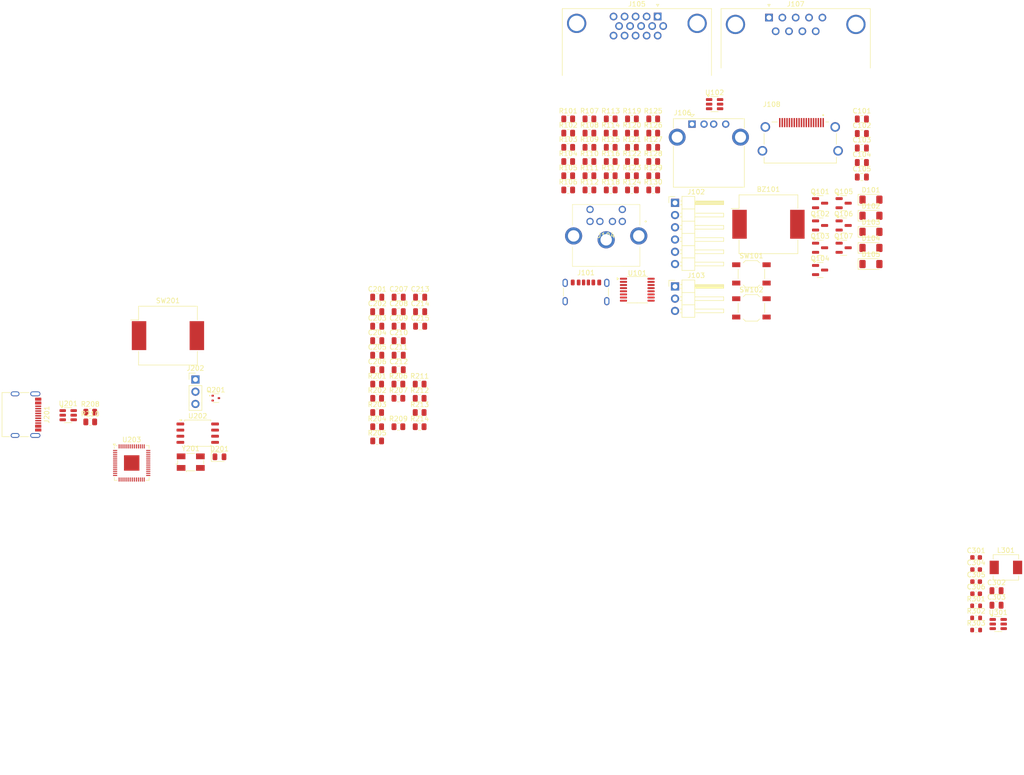
<source format=kicad_pcb>
(kicad_pcb (version 20240108) (generator "pcbnew") (generator_version "8.0")
  (layers (0 "F.Cu" signal) (31 "B.Cu" signal) (34 "B.Paste" user) (35 "F.Paste" user) (36 "B.SilkS" user "B.Silkscreen") (37 "F.SilkS" user "F.Silkscreen") (38 "B.Mask" user) (39 "F.Mask" user) (44 "Edge.Cuts" user))
  (net 0 "")
  (net 1 "+5V")
  (net 2 "Net-(BZ101--)")
  (net 3 "+3V3")
  (net 4 "GND")
  (net 5 "Net-(U101-C1+)")
  (net 6 "Net-(U101-C1-)")
  (net 7 "Net-(U101-C2-)")
  (net 8 "Net-(U101-C2+)")
  (net 9 "Net-(U101-VS+)")
  (net 10 "Net-(U101-VS-)")
  (net 11 "+1V1")
  (net 12 "Net-(U203-ADC_AVDD)")
  (net 13 "Net-(U203-XIN)")
  (net 14 "Net-(C205-Pad1)")
  (net 15 "Net-(Q201-D)")
  (net 16 "Net-(C301-Pad1)")
  (net 17 "Net-(U301-SW)")
  (net 18 "/CTS1")
  (net 19 "/CTS")
  (net 20 "/CTS2")
  (net 21 "/RX")
  (net 22 "/RX1")
  (net 23 "/RX2")
  (net 24 "Net-(D201-A)")
  (net 27 "Net-(J102-Pin_4)")
  (net 28 "Net-(J102-Pin_2)")
  (net 29 "/VTTL")
  (net 31 "Net-(Q107-D)")
  (net 33 "Net-(Q106-D)")
  (net 34 "Net-(J105-Pad3)")
  (net 36 "Net-(J105-Pad2)")
  (net 41 "Net-(J105-Pad13)")
  (net 42 "Net-(J105-Pad1)")
  (net 44 "/Pi Pico/USB-")
  (net 45 "/Pi Pico/USB+")
  (net 46 "Net-(U101-R1IN)")
  (net 47 "Net-(U101-R2IN)")
  (net 50 "Net-(U101-T2OUT)")
  (net 52 "Net-(U101-T1OUT)")
  (net 54 "Net-(J108-D0-)")
  (net 55 "Net-(J108-D0+)")
  (net 56 "/HPD")
  (net 57 "Net-(J108-D2+)")
  (net 58 "Net-(J108-D1-)")
  (net 62 "Net-(J108-D2-)")
  (net 64 "Net-(J108-CK-)")
  (net 65 "Net-(J108-CK+)")
  (net 66 "Net-(J108-D1+)")
  (net 68 "/Pi Pico/USB_N")
  (net 69 "Net-(J201-CC1)")
  (net 70 "Net-(J201-CC2)")
  (net 71 "/Pi Pico/USB_P")
  (net 73 "/Pi Pico/SWD")
  (net 74 "/Pi Pico/SWCLK")
  (net 75 "Net-(Q101-G)")
  (net 76 "Net-(Q102-G)")
  (net 77 "Net-(Q103-G)")
  (net 78 "/TX")
  (net 79 "/RTS")
  (net 80 "/PS2CLK")
  (net 81 "/PS2DATA")
  (net 82 "Net-(Q201-S)")
  (net 83 "/BUZZ")
  (net 84 "/R0")
  (net 85 "/R1")
  (net 86 "/R2")
  (net 87 "/G0")
  (net 88 "/G1")
  (net 89 "/G2")
  (net 90 "/SYNC")
  (net 91 "/B0")
  (net 92 "/B1")
  (net 93 "/D2+")
  (net 94 "/D2-")
  (net 95 "/D1+")
  (net 96 "/D1-")
  (net 97 "/D0+")
  (net 98 "/D0-")
  (net 99 "/CK+")
  (net 100 "/CK-")
  (net 101 "/Pi Pico/ADC2")
  (net 102 "/Pi Pico/GPIO_24")
  (net 103 "/Pi Pico/ADC_VREF")
  (net 104 "/Pi Pico/RUN")
  (net 105 "/Pi Pico/USB_F_-")
  (net 106 "Net-(SW201-A)")
  (net 107 "Net-(U202-~{CS})")
  (net 108 "/Pi Pico/USB_F_+")
  (net 109 "Net-(U203-XOUT)")
  (net 110 "/Pi Pico/GPIO_25")
  (net 111 "Net-(U301-BOOT)")
  (net 112 "Net-(U301-FB)")
  (net 113 "/Pi Pico/GPIO22")
  (net 114 "Net-(U202-CLK)")
  (net 115 "Net-(U202-IO3)")
  (net 116 "Net-(U202-IO2)")
  (net 117 "Net-(U202-DI(IO0))")
  (net 118 "Net-(U202-DO(IO1))")
  (net 121 "Net-(J106-D-)")
  (net 122 "Net-(J106-D+)")
  (footprint "Connector_USB:USB_A_CONNFLY_DS1095-WNR0" (layer "F.Cu") (at 181.771 60.246)
    (property "Reference" "J106" (at -1.95 -2.35 0) (layer "F.SilkS"))
    (property "Value" "USB Keyboard")
    (pad "1" thru_hole rect (at 0 0) (size 1.524 1.524) (drill 0.92) (layers "*.Cu" "*.Mask") (net 1 "+5V"))
    (pad "2" thru_hole circle (at 2.5 0) (size 1.524 1.524) (drill 0.92) (layers "*.Cu" "*.Mask") (net 121 "Net-(J106-D-)"))
    (pad "3" thru_hole circle (at 4.5 0) (size 1.524 1.524) (drill 0.92) (layers "*.Cu" "*.Mask") (net 122 "Net-(J106-D+)"))
    (pad "4" thru_hole circle (at 7 0) (size 1.524 1.524) (drill 0.92) (layers "*.Cu" "*.Mask") (net 4 "GND"))
    (pad "5" thru_hole circle (at -3.07 2.71) (size 3.5 3.5) (drill 2.3) (layers "*.Cu" "*.Mask") (net 4 "GND"))
    (pad "5" thru_hole circle (at 10.07 2.71) (size 3.5 3.5) (drill 2.3) (layers "*.Cu" "*.Mask") (net 4 "GND"))
  )
  (footprint "Resistor_SMD:R_0805_2012Metric" (layer "F.Cu") (at 125.254 117.144)
    (property "Reference" "R212" (at 0 -1.65 0) (layer "F.SilkS"))
    (property "Value" "200k")
    (pad "1" smd roundrect (at -0.9125 0) (size 1.025 1.4) (layers "F.Cu" "F.Paste" "F.Mask") (roundrect_rratio 0.243902) (net 15 "Net-(Q201-D)"))
    (pad "2" smd roundrect (at 0.9125 0) (size 1.025 1.4) (layers "F.Cu" "F.Paste" "F.Mask") (roundrect_rratio 0.243902) (net 1 "+5V"))
  )
  (footprint "Resistor_SMD:R_0805_2012Metric" (layer "F.Cu") (at 160.491 70.961)
    (property "Reference" "R111" (at 0 -1.65 0) (layer "F.SilkS"))
    (property "Value" "10k")
    (pad "1" smd roundrect (at -0.9125 0) (size 1.025 1.4) (layers "F.Cu" "F.Paste" "F.Mask") (roundrect_rratio 0.243902) (net 3 "+3V3"))
    (pad "2" smd roundrect (at 0.9125 0) (size 1.025 1.4) (layers "F.Cu" "F.Paste" "F.Mask") (roundrect_rratio 0.243902) (net 80 "/PS2CLK"))
  )
  (footprint "Resistor_SMD:R_0805_2012Metric" (layer "F.Cu") (at 156.081 59.161)
    (property "Reference" "R101" (at 0 -1.65 0) (layer "F.SilkS"))
    (property "Value" "1k")
    (pad "1" smd roundrect (at -0.9125 0) (size 1.025 1.4) (layers "F.Cu" "F.Paste" "F.Mask") (roundrect_rratio 0.243902) (net 3 "+3V3"))
    (pad "2" smd roundrect (at 0.9125 0) (size 1.025 1.4) (layers "F.Cu" "F.Paste" "F.Mask") (roundrect_rratio 0.243902) (net 19 "/CTS"))
  )
  (footprint "Resistor_SMD:R_0805_2012Metric" (layer "F.Cu") (at 160.491 68.011)
    (property "Reference" "R110" (at 0 -1.65 0) (layer "F.SilkS"))
    (property "Value" "10k")
    (pad "1" smd roundrect (at -0.9125 0) (size 1.025 1.4) (layers "F.Cu" "F.Paste" "F.Mask") (roundrect_rratio 0.243902) (net 1 "+5V"))
    (pad "2" smd roundrect (at 0.9125 0) (size 1.025 1.4) (layers "F.Cu" "F.Paste" "F.Mask") (roundrect_rratio 0.243902) (net 33 "Net-(Q106-D)"))
  )
  (footprint "Resistor_SMD:R_0805_2012Metric" (layer "F.Cu") (at 120.844 114.194)
    (property "Reference" "R206" (at 0 -1.65 0) (layer "F.SilkS"))
    (property "Value" "1")
    (pad "1" smd roundrect (at -0.9125 0) (size 1.025 1.4) (layers "F.Cu" "F.Paste" "F.Mask") (roundrect_rratio 0.243902) (net 12 "Net-(U203-ADC_AVDD)"))
    (pad "2" smd roundrect (at 0.9125 0) (size 1.025 1.4) (layers "F.Cu" "F.Paste" "F.Mask") (roundrect_rratio 0.243902) (net 103 "/Pi Pico/ADC_VREF"))
  )
  (footprint "Resistor_SMD:R_0805_2012Metric" (layer "F.Cu") (at 160.491 62.111)
    (property "Reference" "R108" (at 0 -1.65 0) (layer "F.SilkS"))
    (property "Value" "2k2")
    (pad "1" smd roundrect (at -0.9125 0) (size 1.025 1.4) (layers "F.Cu" "F.Paste" "F.Mask") (roundrect_rratio 0.243902) (net 84 "/R0"))
    (pad "2" smd roundrect (at 0.9125 0) (size 1.025 1.4) (layers "F.Cu" "F.Paste" "F.Mask") (roundrect_rratio 0.243902) (net 42 "Net-(J105-Pad1)"))
  )
  (footprint "Resistor_SMD:R_0805_2012Metric" (layer "F.Cu") (at 116.434 125.994)
    (property "Reference" "R205" (at 0 -1.65 0) (layer "F.SilkS"))
    (property "Value" "200")
    (pad "1" smd roundrect (at -0.9125 0) (size 1.025 1.4) (layers "F.Cu" "F.Paste" "F.Mask") (roundrect_rratio 0.243902) (net 3 "+3V3"))
    (pad "2" smd roundrect (at 0.9125 0) (size 1.025 1.4) (layers "F.Cu" "F.Paste" "F.Mask") (roundrect_rratio 0.243902) (net 103 "/Pi Pico/ADC_VREF"))
  )
  (footprint "Capacitor_SMD:C_0805_2012Metric" (layer "F.Cu") (at 120.904 108.204)
    (property "Reference" "C211" (at 0 -1.68 0) (layer "F.SilkS"))
    (property "Value" "100n")
    (pad "1" smd roundrect (at -0.95 0) (size 1 1.45) (layers "F.Cu" "F.Paste" "F.Mask") (net 3 "+3V3"))
    (pad "2" smd roundrect (at 0.95 0) (size 1 1.45) (layers "F.Cu" "F.Paste" "F.Mask") (net 4 "GND"))
  )
  (footprint "Package_TO_SOT_SMD:SOT-23" (layer "F.Cu") (at 213.241 81.281)
    (property "Reference" "Q106" (at 0 -2.4 0) (layer "F.SilkS"))
    (property "Value" "BSS138")
    (pad "1" smd roundrect (at -0.9375 -0.95) (size 1.475 0.6) (layers "F.Cu" "F.Paste" "F.Mask") (net 3 "+3V3"))
    (pad "2" smd roundrect (at -0.9375 0.95) (size 1.475 0.6) (layers "F.Cu" "F.Paste" "F.Mask") (net 80 "/PS2CLK"))
    (pad "3" smd roundrect (at 0.9375 0) (size 1.475 0.6) (layers "F.Cu" "F.Paste" "F.Mask") (net 33 "Net-(Q106-D)"))
  )
  (footprint "Resistor_SMD:R_0805_2012Metric" (layer "F.Cu") (at 116.434 114.194)
    (property "Reference" "R201" (at 0 -1.65 0) (layer "F.SilkS"))
    (property "Value" "5k1")
    (pad "1" smd roundrect (at -0.9125 0) (size 1.025 1.4) (layers "F.Cu" "F.Paste" "F.Mask") (roundrect_rratio 0.243902) (net 69 "Net-(J201-CC1)"))
    (pad "2" smd roundrect (at 0.9125 0) (size 1.025 1.4) (layers "F.Cu" "F.Paste" "F.Mask") (roundrect_rratio 0.243902) (net 4 "GND"))
  )
  (footprint "Resistor_SMD:R_0805_2012Metric" (layer "F.Cu") (at 164.901 59.161)
    (property "Reference" "R113" (at 0 -1.65 0) (layer "F.SilkS"))
    (property "Value" "2k2")
    (pad "1" smd roundrect (at -0.9125 0) (size 1.025 1.4) (layers "F.Cu" "F.Paste" "F.Mask") (roundrect_rratio 0.243902) (net 87 "/G0"))
    (pad "2" smd roundrect (at 0.9125 0) (size 1.025 1.4) (layers "F.Cu" "F.Paste" "F.Mask") (roundrect_rratio 0.243902) (net 36 "Net-(J105-Pad2)"))
  )
  (footprint "Capacitor_SMD:C_0805_2012Metric" (layer "F.Cu") (at 217.021 62.201)
    (property "Reference" "C102" (at 0 -1.68 0) (layer "F.SilkS"))
    (property "Value" "100n")
    (pad "1" smd roundrect (at -0.95 0) (size 1 1.45) (layers "F.Cu" "F.Paste" "F.Mask") (net 5 "Net-(U101-C1+)"))
    (pad "2" smd roundrect (at 0.95 0) (size 1 1.45) (layers "F.Cu" "F.Paste" "F.Mask") (net 6 "Net-(U101-C1-)"))
  )
  (footprint "Resistor_SMD:R_0805_2012Metric" (layer "F.Cu") (at 169.311 59.161)
    (property "Reference" "R119" (at 0 -1.65 0) (layer "F.SilkS"))
    (property "Value" "10k")
    (pad "1" smd roundrect (at -0.9125 0) (size 1.025 1.4) (layers "F.Cu" "F.Paste" "F.Mask") (roundrect_rratio 0.243902) (net 1 "+5V"))
    (pad "2" smd roundrect (at 0.9125 0) (size 1.025 1.4) (layers "F.Cu" "F.Paste" "F.Mask") (roundrect_rratio 0.243902) (net 31 "Net-(Q107-D)"))
  )
  (footprint "Capacitor_SMD:C_0603_1608Metric" (layer "F.Cu") (at 240.734 152.683338)
    (property "Reference" "C304" (at 0 -1.43 0) (layer "F.SilkS"))
    (property "Value" "10µ")
    (pad "1" smd roundrect (at -0.775 0) (size 0.9 0.95) (layers "F.Cu" "F.Paste" "F.Mask") (net 1 "+5V"))
    (pad "2" smd roundrect (at 0.775 0) (size 0.9 0.95) (layers "F.Cu" "F.Paste" "F.Mask") (net 4 "GND"))
  )
  (footprint "Capacitor_SMD:C_0805_2012Metric" (layer "F.Cu") (at 116.454 99.174)
    (property "Reference" "C202" (at 0 -1.68 0) (layer "F.SilkS"))
    (property "Value" "2µ2")
    (pad "1" smd roundrect (at -0.95 0) (size 1 1.45) (layers "F.Cu" "F.Paste" "F.Mask") (net 11 "+1V1"))
    (pad "2" smd roundrect (at 0.95 0) (size 1 1.45) (layers "F.Cu" "F.Paste" "F.Mask") (net 4 "GND"))
  )
  (footprint "Resistor_SMD:R_0805_2012Metric" (layer "F.Cu") (at 156.081 62.111)
    (property "Reference" "R102" (at 0 -1.65 0) (layer "F.SilkS"))
    (property "Value" "1k")
    (pad "1" smd roundrect (at -0.9125 0) (size 1.025 1.4) (layers "F.Cu" "F.Paste" "F.Mask") (roundrect_rratio 0.243902) (net 3 "+3V3"))
    (pad "2" smd roundrect (at 0.9125 0) (size 1.025 1.4) (layers "F.Cu" "F.Paste" "F.Mask") (roundrect_rratio 0.243902) (net 21 "/RX"))
  )
  (footprint "Capacitor_SMD:C_0603_1608Metric" (layer "F.Cu") (at 240.734 157.703338)
    (property "Reference" "C306" (at 0 -1.43 0) (layer "F.SilkS"))
    (property "Value" "100n")
    (pad "1" smd roundrect (at -0.775 0) (size 0.9 0.95) (layers "F.Cu" "F.Paste" "F.Mask") (net 1 "+5V"))
    (pad "2" smd roundrect (at 0.775 0) (size 0.9 0.95) (layers "F.Cu" "F.Paste" "F.Mask") (net 4 "GND"))
  )
  (footprint "Resistor_SMD:R_0805_2012Metric" (layer "F.Cu") (at 56.896 122.047)
    (property "Reference" "R210" (at 0 -1.65 0) (layer "F.SilkS"))
    (property "Value" "27")
    (pad "1" smd roundrect (at -0.9125 0) (size 1.025 1.4) (layers "F.Cu" "F.Paste" "F.Mask") (roundrect_rratio 0.243902) (net 45 "/Pi Pico/USB+"))
    (pad "2" smd roundrect (at 0.9125 0) (size 1.025 1.4) (layers "F.Cu" "F.Paste" "F.Mask") (roundrect_rratio 0.243902) (net 108 "/Pi Pico/USB_F_+"))
  )
  (footprint "Capacitor_SMD:C_0805_2012Metric" (layer "F.Cu") (at 120.904 111.214)
    (property "Reference" "C212" (at 0 -1.68 0) (layer "F.SilkS"))
    (property "Value" "100n")
    (pad "1" smd roundrect (at -0.95 0) (size 1 1.45) (layers "F.Cu" "F.Paste" "F.Mask") (net 3 "+3V3"))
    (pad "2" smd roundrect (at 0.95 0) (size 1 1.45) (layers "F.Cu" "F.Paste" "F.Mask") (net 4 "GND"))
  )
  (footprint "Capacitor_SMD:C_0805_2012Metric" (layer "F.Cu") (at 217.021 71.231)
    (property "Reference" "C105" (at 0 -1.68 0) (layer "F.SilkS"))
    (property "Value" "100n")
    (pad "1" smd roundrect (at -0.95 0) (size 1 1.45) (layers "F.Cu" "F.Paste" "F.Mask") (net 10 "Net-(U101-VS-)"))
    (pad "2" smd roundrect (at 0.95 0) (size 1 1.45) (layers "F.Cu" "F.Paste" "F.Mask") (net 4 "GND"))
  )
  (footprint "Package_TO_SOT_SMD:SOT-23-6" (layer "F.Cu") (at 186.462 56.104338)
    (property "Reference" "U102" (at 0 -2.4 0) (layer "F.SilkS"))
    (property "Value" "USBLC6-2SC6")
    (pad "1" smd roundrect (at -1.1375 -0.95) (size 1.325 0.6) (layers "F.Cu" "F.Paste" "F.Mask") (net 122 "Net-(J106-D+)"))
    (pad "2" smd roundrect (at -1.1375 0) (size 1.325 0.6) (layers "F.Cu" "F.Paste" "F.Mask") (net 4 "GND"))
    (pad "3" smd roundrect (at -1.1375 0.95) (size 1.325 0.6) (layers "F.Cu" "F.Paste" "F.Mask") (net 121 "Net-(J106-D-)"))
    (pad "4" smd roundrect (at 1.1375 0.95) (size 1.325 0.6) (layers "F.Cu" "F.Paste" "F.Mask") (net 44 "/Pi Pico/USB-"))
    (pad "5" smd roundrect (at 1.1375 0) (size 1.325 0.6) (layers "F.Cu" "F.Paste" "F.Mask") (net 1 "+5V"))
    (pad "6" smd roundrect (at 1.1375 -0.95) (size 1.325 0.6) (layers "F.Cu" "F.Paste" "F.Mask") (net 45 "/Pi Pico/USB+"))
  )
  (footprint "Capacitor_SMD:C_0805_2012Metric" (layer "F.Cu") (at 116.454 102.184)
    (property "Reference" "C203" (at 0 -1.68 0) (layer "F.SilkS"))
    (property "Value" "2µ2")
    (pad "1" smd roundrect (at -0.95 0) (size 1 1.45) (layers "F.Cu" "F.Paste" "F.Mask") (net 12 "Net-(U203-ADC_AVDD)"))
    (pad "2" smd roundrect (at 0.95 0) (size 1 1.45) (layers "F.Cu" "F.Paste" "F.Mask") (net 4 "GND"))
  )
  (footprint "Capacitor_SMD:C_0805_2012Metric" (layer "F.Cu") (at 120.904 99.174)
    (property "Reference" "C208" (at 0 -1.68 0) (layer "F.SilkS"))
    (property "Value" "100n")
    (pad "1" smd roundrect (at -0.95 0) (size 1 1.45) (layers "F.Cu" "F.Paste" "F.Mask") (net 3 "+3V3"))
    (pad "2" smd roundrect (at 0.95 0) (size 1 1.45) (layers "F.Cu" "F.Paste" "F.Mask") (net 4 "GND"))
  )
  (footprint "Capacitor_SMD:C_0603_1608Metric" (layer "F.Cu") (at 240.734 150.173338)
    (property "Reference" "C301" (at 0 -1.43 0) (layer "F.SilkS"))
    (property "Value" "100n")
    (pad "1" smd roundrect (at -0.775 0) (size 0.9 0.95) (layers "F.Cu" "F.Paste" "F.Mask") (net 16 "Net-(C301-Pad1)"))
    (pad "2" smd roundrect (at 0.775 0) (size 0.9 0.95) (layers "F.Cu" "F.Paste" "F.Mask") (net 17 "Net-(U301-SW)"))
  )
  (footprint "Package_TO_SOT_SMD:SOT-23" (layer "F.Cu") (at 208.351 76.656)
    (property "Reference" "Q101" (at 0 -2.4 0) (layer "F.SilkS"))
    (property "Value" "BSS138")
    (pad "1" smd roundrect (at -0.9375 -0.95) (size 1.475 0.6) (layers "F.Cu" "F.Paste" "F.Mask") (net 75 "Net-(Q101-G)"))
    (pad "2" smd roundrect (at -0.9375 0.95) (size 1.475 0.6) (layers "F.Cu" "F.Paste" "F.Mask") (net 4 "GND"))
    (pad "3" smd roundrect (at 0.9375 0) (size 1.475 0.6) (layers "F.Cu" "F.Paste" "F.Mask") (net 2 "Net-(BZ101--)"))
  )
  (footprint "Capacitor_SMD:C_0805_2012Metric" (layer "F.Cu") (at 116.454 108.204)
    (property "Reference" "C205" (at 0 -1.68 0) (layer "F.SilkS"))
    (property "Value" "15p")
    (pad "1" smd roundrect (at -0.95 0) (size 1 1.45) (layers "F.Cu" "F.Paste" "F.Mask") (net 14 "Net-(C205-Pad1)"))
    (pad "2" smd roundrect (at 0.95 0) (size 1 1.45) (layers "F.Cu" "F.Paste" "F.Mask") (net 4 "GND"))
  )
  (footprint "Capacitor_SMD:C_0805_2012Metric" (layer "F.Cu") (at 116.454 111.214)
    (property "Reference" "C206" (at 0 -1.68 0) (layer "F.SilkS"))
    (property "Value" "100n")
    (pad "1" smd roundrect (at -0.95 0) (size 1 1.45) (layers "F.Cu" "F.Paste" "F.Mask") (net 3 "+3V3"))
    (pad "2" smd roundrect (at 0.95 0) (size 1 1.45) (layers "F.Cu" "F.Paste" "F.Mask") (net 4 "GND"))
  )
  (footprint "Package_SO:TSSOP-16_4.4x5mm_P0.65mm" (layer "F.Cu") (at 170.416 94.611)
    (property "Reference" "U101" (at 0 -3.45 0) (layer "F.SilkS"))
    (property "Value" "MAX3232")
    (pad "1" smd roundrect (at -2.8625 -2.275) (size 1.475 0.4) (layers "F.Cu" "F.Paste" "F.Mask") (net 5 "Net-(U101-C1+)"))
    (pad "2" smd roundrect (at -2.8625 -1.625) (size 1.475 0.4) (layers "F.Cu" "F.Paste" "F.Mask") (net 9 "Net-(U101-VS+)"))
    (pad "3" smd roundrect (at -2.8625 -0.975) (size 1.475 0.4) (layers "F.Cu" "F.Paste" "F.Mask") (net 6 "Net-(U101-C1-)"))
    (pad "4" smd roundrect (at -2.8625 -0.325) (size 1.475 0.4) (layers "F.Cu" "F.Paste" "F.Mask") (net 8 "Net-(U101-C2+)"))
    (pad "5" smd roundrect (at -2.8625 0.325) (size 1.475 0.4) (layers "F.Cu" "F.Paste" "F.Mask") (net 7 "Net-(U101-C2-)"))
    (pad "6" smd roundrect (at -2.8625 0.975) (size 1.475 0.4) (layers "F.Cu" "F.Paste" "F.Mask") (net 10 "Net-(U101-VS-)"))
    (pad "7" smd roundrect (at -2.8625 1.625) (size 1.475 0.4) (layers "F.Cu" "F.Paste" "F.Mask") (net 50 "Net-(U101-T2OUT)"))
    (pad "8" smd roundrect (at -2.8625 2.275) (size 1.475 0.4) (layers "F.Cu" "F.Paste" "F.Mask") (net 47 "Net-(U101-R2IN)"))
    (pad "9" smd roundrect (at 2.8625 2.275) (size 1.475 0.4) (layers "F.Cu" "F.Paste" "F.Mask") (net 18 "/CTS1"))
    (pad "10" smd roundrect (at 2.8625 1.625) (size 1.475 0.4) (layers "F.Cu" "F.Paste" "F.Mask") (net 78 "/TX"))
    (pad "11" smd roundrect (at 2.8625 0.975) (size 1.475 0.4) (layers "F.Cu" "F.Paste" "F.Mask") (net 79 "/RTS"))
    (pad "12" smd roundrect (at 2.8625 0.325) (size 1.475 0.4) (layers "F.Cu" "F.Paste" "F.Mask") (net 22 "/RX1"))
    (pad "13" smd roundrect (at 2.8625 -0.325) (size 1.475 0.4) (layers "F.Cu" "F.Paste" "F.Mask") (net 46 "Net-(U101-R1IN)"))
    (pad "14" smd roundrect (at 2.8625 -0.975) (size 1.475 0.4) (layers "F.Cu" "F.Paste" "F.Mask") (net 52 "Net-(U101-T1OUT)"))
    (pad "15" smd roundrect (at 2.8625 -1.625) (size 1.475 0.4) (layers "F.Cu" "F.Paste" "F.Mask") (net 4 "GND"))
    (pad "16" smd roundrect (at 2.8625 -2.275) (size 1.475 0.4) (layers "F.Cu" "F.Paste" "F.Mask") (net 3 "+3V3"))
  )
  (footprint "Capacitor_SMD:C_0603_1608Metric" (layer "F.Cu") (at 240.734 155.193338)
    (property "Reference" "C305" (at 0 -1.43 0) (layer "F.SilkS"))
    (property "Value" "10µ")
    (pad "1" smd roundrect (at -0.775 0) (size 0.9 0.95) (layers "F.Cu" "F.Paste" "F.Mask") (net 1 "+5V"))
    (pad "2" smd roundrect (at 0.775 0) (size 0.9 0.95) (layers "F.Cu" "F.Paste" "F.Mask") (net 4 "GND"))
  )
  (footprint "Resistor_SMD:R_0805_2012Metric" (layer "F.Cu") (at 169.311 65.061)
    (property "Reference" "R121" (at 0 -1.65 0) (layer "F.SilkS"))
    (property "Value" "270")
    (pad "1" smd roundrect (at -0.9125 0) (size 1.025 1.4) (layers "F.Cu" "F.Paste" "F.Mask") (roundrect_rratio 0.243902) (net 57 "Net-(J108-D2+)"))
    (pad "2" smd roundrect (at 0.9125 0) (size 1.025 1.4) (layers "F.Cu" "F.Paste" "F.Mask") (roundrect_rratio 0.243902) (net 93 "/D2+"))
  )
  (footprint "Buzzer_Beeper:Buzzer_Mallory_AST1240MLQ" (layer "F.Cu") (at 73.025 104.14)
    (property "Reference" "SW201" (at 0 -7.25 0) (layer "F.SilkS"))
    (property "Value" "SW_SPST")
    (pad "1" smd rect (at -6 0) (size 3 6) (layers "F.Cu" "F.Paste" "F.Mask") (net 106 "Net-(SW201-A)"))
    (pad "2" smd rect (at 6 0) (size 3 6) (layers "F.Cu" "F.Paste" "F.Mask") (net 4 "GND"))
  )
  (footprint "Resistor_SMD:R_0805_2012Metric" (layer "F.Cu") (at 120.844 123.044)
    (property "Reference" "R209" (at 0 -1.65 0) (layer "F.SilkS"))
    (property "Value" "1k")
    (pad "1" smd roundrect (at -0.9125 0) (size 1.025 1.4) (layers "F.Cu" "F.Paste" "F.Mask") (roundrect_rratio 0.243902) (net 107 "Net-(U202-~{CS})"))
    (pad "2" smd roundrect (at 0.9125 0) (size 1.025 1.4) (layers "F.Cu" "F.Paste" "F.Mask") (roundrect_rratio 0.243902) (net 106 "Net-(SW201-A)"))
  )
  (footprint "Resistor_SMD:R_0805_2012Metric" (layer "F.Cu") (at 164.901 62.111)
    (property "Reference" "R114" (at 0 -1.65 0) (layer "F.SilkS"))
    (property "Value" "1k")
    (pad "1" smd roundrect (at -0.9125 0) (size 1.025 1.4) (layers "F.Cu" "F.Paste" "F.Mask") (roundrect_rratio 0.243902) (net 88 "/G1"))
    (pad "2" smd roundrect (at 0.9125 0) (size 1.025 1.4) (layers "F.Cu" "F.Paste" "F.Mask") (roundrect_rratio 0.243902) (net 36 "Net-(J105-Pad2)"))
  )
  (footprint "Resistor_SMD:R_0805_2012Metric" (layer "F.Cu") (at 156.081 70.961)
    (property "Reference" "R105" (at 0 -1.65 0) (layer "F.SilkS"))
    (property "Value" "470")
    (pad "1" smd roundrect (at -0.9125 0) (size 1.025 1.4) (layers "F.Cu" "F.Paste" "F.Mask") (roundrect_rratio 0.243902) (net 29 "/VTTL"))
    (pad "2" smd roundrect (at 0.9125 0) (size 1.025 1.4) (layers "F.Cu" "F.Paste" "F.Mask") (roundrect_rratio 0.243902) (net 28 "Net-(J102-Pin_2)"))
  )
  (footprint "Resistor_SMD:R_0603_1608Metric" (layer "F.Cu") (at 240.734 160.213338)
    (property "Reference" "R301" (at 0 -1.43 0) (layer "F.SilkS"))
    (property "Value" "30")
    (pad "1" smd roundrect (at -0.825 0) (size 0.8 0.95) (layers "F.Cu" "F.Paste" "F.Mask") (net 16 "Net-(C301-Pad1)"))
    (pad "2" smd roundrect (at 0.825 0) (size 0.8 0.95) (layers "F.Cu" "F.Paste" "F.Mask") (net 111 "Net-(U301-BOOT)"))
  )
  (footprint "Package_TO_SOT_SMD:SOT-23" (layer "F.Cu") (at 208.351 85.906)
    (property "Reference" "Q103" (at 0 -2.4 0) (layer "F.SilkS"))
    (property "Value" "BSS138")
    (pad "1" smd roundrect (at -0.9375 -0.95) (size 1.475 0.6) (layers "F.Cu" "F.Paste" "F.Mask") (net 77 "Net-(Q103-G)"))
    (pad "2" smd roundrect (at -0.9375 0.95) (size 1.475 0.6) (layers "F.Cu" "F.Paste" "F.Mask") (net 4 "GND"))
    (pad "3" smd roundrect (at 0.9375 0) (size 1.475 0.6) (layers "F.Cu" "F.Paste" "F.Mask") (net 27 "Net-(J102-Pin_4)"))
  )
  (footprint "Inductor_SMD:L_Vishay_IHLP-2020" (layer "F.Cu") (at 246.914 152.243338)
    (property "Reference" "L301" (at 0 -3.54 0) (layer "F.SilkS"))
    (property "Value" "5µ6")
    (pad "1" smd rect (at -2.4265 0) (size 1.903 2.79) (layers "F.Cu" "F.Paste" "F.Mask") (net 17 "Net-(U301-SW)"))
    (pad "2" smd rect (at 2.4265 0) (size 1.903 2.79) (layers "F.Cu" "F.Paste" "F.Mask") (net 3 "+3V3"))
  )
  (footprint "Resistor_SMD:R_0805_2012Metric" (layer "F.Cu") (at 173.721 73.911)
    (property "Reference" "R130" (at 0 -1.65 0) (layer "F.SilkS"))
    (property "Value" "10k")
    (pad "1" smd roundrect (at -0.9125 0) (size 1.025 1.4) (layers "F.Cu" "F.Paste" "F.Mask") (roundrect_rratio 0.243902) (net 101 "/Pi Pico/ADC2"))
    (pad "2" smd roundrect (at 0.9125 0) (size 1.025 1.4) (layers "F.Cu" "F.Paste" "F.Mask") (roundrect_rratio 0.243902) (net 4 "GND"))
  )
  (footprint "Eigene:AMPHENOL_10029449-111RLF" (layer "F.Cu") (at 204.241 65.786)
    (property "Reference" "J108" (at -5.925 -9.635 0) (layer "F.SilkS"))
    (property "Value" "HDMI_A")
    (pad "1" smd rect (at 4.75 -5.85) (size 0.3 1.9) (layers "F.Cu" "F.Paste") (net 57 "Net-(J108-D2+)"))
    (pad "2" smd rect (at 4.25 -5.85) (size 0.3 1.9) (layers "F.Cu" "F.Paste") (net 4 "GND"))
    (pad "3" smd rect (at 3.75 -5.85) (size 0.3 1.9) (layers "F.Cu" "F.Paste") (net 62 "Net-(J108-D2-)"))
    (pad "4" smd rect (at 3.25 -5.85) (size 0.3 1.9) (layers "F.Cu" "F.Paste") (net 66 "Net-(J108-D1+)"))
    (pad "5" smd rect (at 2.75 -5.85) (size 0.3 1.9) (layers "F.Cu" "F.Paste") (net 4 "GND"))
    (pad "6" smd rect (at 2.25 -5.85) (size 0.3 1.9) (layers "F.Cu" "F.Paste") (net 58 "Net-(J108-D1-)"))
    (pad "7" smd rect (at 1.75 -5.85) (size 0.3 1.9) (layers "F.Cu" "F.Paste") (net 55 "Net-(J108-D0+)"))
    (pad "8" smd rect (at 1.25 -5.85) (size 0.3 1.9) (layers "F.Cu" "F.Paste") (net 4 "GND"))
    (pad "9" smd rect (at 0.75 -5.85) (size 0.3 1.9) (layers "F.Cu" "F.Paste") (net 54 "Net-(J108-D0-)"))
    (pad "10" smd rect (at 0.25 -5.85) (size 0.3 1.9) (layers "F.Cu" "F.Paste") (net 65 "Net-(J108-CK+)"))
    (pad "11" smd rect (at -0.25 -5.85) (size 0.3 1.9) (layers "F.Cu" "F.Paste") (net 4 "GND"))
    (pad "12" smd rect (at -0.75 -5.85) (size 0.3 1.9) (layers "F.Cu" "F.Paste") (net 64 "Net-(J108-CK-)"))
    (pad "13" smd rect (at -1.25 -5.85) (size 0.3 1.9) (layers "F.Cu" "F.Paste"))
    (pad "14" smd rect (at -1.75 -5.85) (size 0.3 1.9) (layers "F.Cu" "F.Paste"))
    (pad "15" smd rect (at -2.25 -5.85) (size 0.3 1.9) (layers "F.Cu" "F.Paste"))
    (pad "16" smd rect (at -2.75 -5.85) (size 0.3 1.9) (layers "F.Cu" "F.Paste"))
    (pad "17" smd rect (at -3.25 -5.85) (size 0.3 1.9) (layers "F.Cu" "F.Paste") (net 4 "GND"))
    (pad "18" smd rect (at -3.75 -5.85) (size 0.3 1.9) (layers "F.Cu" "F.Paste") (net 1 "+5V"))
    (pad "19" smd rect (at -4.25 -5.85) (size 0.3 1.9) (layers "F.Cu" "F.Paste") (net 56 "/HPD"))
    (pad "S1" thru_hole circle (at -7.25 -4.95) (size 1.995 1.995) (drill 1.33) (layers "*.Cu" "*.Mask"))
    (pad "S2" thru_hole circle (at 7.25 -4.95) (size 1.995 1.995) (drill 1.33) (layers "*.Cu" "*.Mask"))
    (pad "S3" thru_hole circle (at -7.85 0) (size 1.995 1.995) (drill 1.33) (layers "*.Cu" "*.Mask"))
    (pad "S4" thru_hole circle (at 7.85 0) (size 1.995 1.995) (drill 1.33) (layers "*.Cu" "*.Mask"))
  )
  (footprint "Capacitor_SMD:C_0805_2012Metric" (layer "F.Cu") (at 125.354 102.184)
    (property "Reference" "C215" (at 0 -1.68 0) (layer "F.SilkS"))
    (property "Value" "1n")
    (pad "1" smd roundrect (at -0.95 0) (size 1 1.45) (layers "F.Cu" "F.Paste" "F.Mask") (net 15 "Net-(Q201-D)"))
    (pad "2" smd roundrect (at 0.95 0) (size 1 1.45) (layers "F.Cu" "F.Paste" "F.Mask") (net 4 "GND"))
  )
  (footprint "Capacitor_SMD:C_0805_2012Metric" (layer "F.Cu") (at 217.021 59.191)
    (property "Reference" "C101" (at 0 -1.68 0) (layer "F.SilkS"))
    (property "Value" "100n")
    (pad "1" smd roundrect (at -0.95 0) (size 1 1.45) (layers "F.Cu" "F.Paste" "F.Mask") (net 3 "+3V3"))
    (pad "2" smd roundrect (at 0.95 0) (size 1 1.45) (layers "F.Cu" "F.Paste" "F.Mask") (net 4 "GND"))
  )
  (footprint "Capacitor_SMD:C_0805_2012Metric" (layer "F.Cu") (at 120.904 102.184)
    (property "Reference" "C209" (at 0 -1.68 0) (layer "F.SilkS"))
    (property "Value" "100n")
    (pad "1" smd roundrect (at -0.95 0) (size 1 1.45) (layers "F.Cu" "F.Paste" "F.Mask") (net 3 "+3V3"))
    (pad "2" smd roundrect (at 0.95 0) (size 1 1.45) (layers "F.Cu" "F.Paste" "F.Mask") (net 4 "GND"))
  )
  (footprint "Connector_USB:USB_C_Receptacle_GCT_USB4125-xx-x-0190_6P_TopMnt_Horizontal" (layer "F.Cu") (at 159.771 96.191)
    (property "Reference" "J101" (at 0 -5.1 0) (layer "F.SilkS"))
    (property "Value" "USB_C_Receptacle_PowerOnly_6P")
    (pad "A5" smd roundrect (at -0.5 -3.08) (size 0.7 1.2) (layers "F.Cu" "F.Paste" "F.Mask"))
    (pad "A9" smd roundrect (at 1.52 -3.08 180) (size 0.76 1.2) (layers "F.Cu" "F.Paste" "F.Mask") (net 1 "+5V"))
    (pad "A12" smd roundrect (at 2.75 -3.08 180) (size 0.8 1.2) (layers "F.Cu" "F.Paste" "F.Mask") (net 4 "GND"))
    (pad "B5" smd roundrect (at 0.5 -3.08 180) (size 0.7 1.2) (layers "F.Cu" "F.Paste" "F.Mask"))
    (pad "B9" smd roundrect (at -1.52 -3.08) (size 0.76 1.2) (layers "F.Cu" "F.Paste" "F.Mask") (net 1 "+5V"))
    (pad "B12" smd roundrect (at -2.75 -3.08) (size 0.8 1.2) (layers "F.Cu" "F.Paste" "F.Mask") (net 4 "GND"))
    (pad "S1" thru_hole oval (at -4.32 -3) (size 1.1 1.7) (drill oval 0.6 1.2) (layers "*.Cu" "*.Mask" "F.Paste") (net 4 "GND"))
    (pad "S1" thru_hole oval (at -4.32 0.8) (size 1.1 1.7) (drill oval 0.6 1.2) (layers "*.Cu" "*.Mask" "F.Paste") (net 4 "GND"))
    (pad "S1" thru_hole oval (at 4.32 -3) (size 1.1 1.7) (drill oval 0.6 1.2) (layers "*.Cu" "*.Mask" "F.Paste") (net 4 "GND"))
    (pad "S1" thru_hole oval (at 4.32 0.8) (size 1.1 1.7) (drill oval 0.6 1.2) (layers "*.Cu" "*.Mask" "F.Paste") (net 4 "GND"))
  )
  (footprint "Diode_SMD:D_MiniMELF" (layer "F.Cu") (at 218.906 79.266)
    (property "Reference" "D102" (at 0 -2 0) (layer "F.SilkS"))
    (property "Value" "LL4148")
    (pad "1" smd roundrect (at -1.75 0) (size 1.3 1.7) (layers "F.Cu" "F.Paste" "F.Mask") (roundrect_rratio 0.1923076923) (net 20 "/CTS2"))
    (pad "2" smd roundrect (at 1.75 0) (size 1.3 1.7) (layers "F.Cu" "F.Paste" "F.Mask") (roundrect_rratio 0.1923076923) (net 19 "/CTS"))
  )
  (footprint "Resistor_SMD:R_0603_1608Metric" (layer "F.Cu") (at 240.734 165.233338)
    (property "Reference" "R303" (at 0 -1.43 0) (layer "F.SilkS"))
    (property "Value" "10k")
    (pad "1" smd roundrect (at -0.825 0) (size 0.8 0.95) (layers "F.Cu" "F.Paste" "F.Mask") (net 112 "Net-(U301-FB)"))
    (pad "2" smd roundrect (at 0.825 0) (size 0.8 0.95) (layers "F.Cu" "F.Paste" "F.Mask") (net 4 "GND"))
  )
  (footprint "Resistor_SMD:R_0805_2012Metric" (layer "F.Cu") (at 56.896 120.015)
    (property "Reference" "R208" (at 0 -1.65 0) (layer "F.SilkS"))
    (property "Value" "27")
    (pad "1" smd roundrect (at -0.9125 0) (size 1.025 1.4) (layers "F.Cu" "F.Paste" "F.Mask") (roundrect_rratio 0.243902) (net 44 "/Pi Pico/USB-"))
    (pad "2" smd roundrect (at 0.9125 0) (size 1.025 1.4) (layers "F.Cu" "F.Paste" "F.Mask") (roundrect_rratio 0.243902) (net 105 "/Pi Pico/USB_F_-"))
  )
  (footprint "Package_TO_SOT_SMD:SOT-523" (layer "F.Cu") (at 82.955 117.11)
    (property "Reference" "Q201" (at 0 -1.7 0) (layer "F.SilkS"))
    (property "Value" "DMG1012T")
    (pad "1" smd roundrect (at -0.645 -0.5 180) (size 0.51 0.4) (layers "F.Cu" "F.Paste" "F.Mask") (net 3 "+3V3"))
    (pad "2" smd roundrect (at -0.645 0.5 180) (size 0.51 0.4) (layers "F.Cu" "F.Paste" "F.Mask") (net 82 "Net-(Q201-S)"))
    (pad "3" smd roundrect (at 0.645 0 180) (size 0.51 0.4) (layers "F.Cu" "F.Paste" "F.Mask") (net 15 "Net-(Q201-D)"))
  )
  (footprint "Resistor_SMD:R_0603_1608Metric" (layer "F.Cu") (at 240.734 162.723338)
    (property "Reference" "R302" (at 0 -1.43 0) (layer "F.SilkS"))
    (property "Value" "30k9")
    (pad "1" smd roundrect (at -0.825 0) (size 0.8 0.95) (layers "F.Cu" "F.Paste" "F.Mask") (net 3 "+3V3"))
    (pad "2" smd roundrect (at 0.825 0) (size 0.8 0.95) (layers "F.Cu" "F.Paste" "F.Mask") (net 112 "Net-(U301-FB)"))
  )
  (footprint "Resistor_SMD:R_0805_2012Metric" (layer "F.Cu") (at 169.311 73.911)
    (property "Reference" "R124" (at 0 -1.65 0) (layer "F.SilkS"))
    (property "Value" "270")
    (pad "1" smd roundrect (at -0.9125 0) (size 1.025 1.4) (layers "F.Cu" "F.Paste" "F.Mask") (roundrect_rratio 0.243902) (net 58 "Net-(J108-D1-)"))
    (pad "2" smd roundrect (at 0.9125 0) (size 1.025 1.4) (layers "F.Cu" "F.Paste" "F.Mask") (roundrect_rratio 0.243902) (net 96 "/D1-"))
  )
  (footprint "Resistor_SMD:R_0805_2012Metric" (layer "F.Cu") (at 120.844 117.144)
    (property "Reference" "R207" (at 0 -1.65 0) (layer "F.SilkS"))
    (property "Value" "1k")
    (pad "1" smd roundrect (at -0.9125 0) (size 1.025 1.4) (layers "F.Cu" "F.Paste" "F.Mask") (roundrect_rratio 0.243902) (net 104 "/Pi Pico/RUN"))
    (pad "2" smd roundrect (at 0.9125 0) (size 1.025 1.4) (layers "F.Cu" "F.Paste" "F.Mask") (roundrect_rratio 0.243902) (net 3 "+3V3"))
  )
  (footprint "Button_Switch_SMD:SW_SPST_TL3342" (layer "F.Cu") (at 194.101 98.381)
    (property "Reference" "SW102" (at 0 -3.75 0) (layer "F.SilkS"))
    (property "Value" "DEFAULT")
    (pad "1" smd rect (at -3.15 -1.9) (size 1.7 1) (layers "F.Cu" "F.Paste" "F.Mask") (net 113 "/Pi Pico/GPIO22"))
    (pad "1" smd rect (at 3.15 -1.9) (size 1.7 1) (layers "F.Cu" "F.Paste" "F.Mask") (net 113 "/Pi Pico/GPIO22"))
    (pad "2" smd rect (at -3.15 1.9) (size 1.7 1) (layers "F.Cu" "F.Paste" "F.Mask") (net 4 "GND"))
    (pad "2" smd rect (at 3.15 1.9) (size 1.7 1) (layers "F.Cu" "F.Paste" "F.Mask") (net 4 "GND"))
  )
  (footprint "Resistor_SMD:R_0805_2012Metric" (layer "F.Cu") (at 173.721 59.161)
    (property "Reference" "R125" (at 0 -1.65 0) (layer "F.SilkS"))
    (property "Value" "270")
    (pad "1" smd roundrect (at -0.9125 0) (size 1.025 1.4) (layers "F.Cu" "F.Paste" "F.Mask") (roundrect_rratio 0.243902) (net 55 "Net-(J108-D0+)"))
    (pad "2" smd roundrect (at 0.9125 0) (size 1.025 1.4) (layers "F.Cu" "F.Paste" "F.Mask") (roundrect_rratio 0.243902) (net 97 "/D0+"))
  )
  (footprint "Resistor_SMD:R_0805_2012Metric" (layer "F.Cu") (at 160.491 59.161)
    (property "Reference" "R107" (at 0 -1.65 0) (layer "F.SilkS"))
    (property "Value" "470")
    (pad "1" smd roundrect (at -0.9125 0) (size 1.025 1.4) (layers "F.Cu" "F.Paste" "F.Mask") (roundrect_rratio 0.243902) (net 29 "/VTTL"))
    (pad "2" smd roundrect (at 0.9125 0) (size 1.025 1.4) (layers "F.Cu" "F.Paste" "F.Mask") (roundrect_rratio 0.243902) (net 27 "Net-(J102-Pin_4)"))
  )
  (footprint "Resistor_SMD:R_0805_2012Metric" (layer "F.Cu") (at 116.434 123.044)
    (property "Reference" "R204" (at 0 -1.65 0) (layer "F.SilkS"))
    (property "Value" "1k")
    (pad "1" smd roundrect (at -0.9125 0) (size 1.025 1.4) (layers "F.Cu" "F.Paste" "F.Mask") (roundrect_rratio 0.243902) (net 4 "GND"))
    (pad "2" smd roundrect (at 0.9125 0) (size 1.025 1.4) (layers "F.Cu" "F.Paste" "F.Mask") (roundrect_rratio 0.243902) (net 102 "/Pi Pico/GPIO_24"))
  )
  (footprint "Resistor_SMD:R_0805_2012Metric" (layer "F.Cu") (at 169.311 68.011)
    (property "Reference" "R122" (at 0 -1.65 0) (layer "F.SilkS"))
    (property "Value" "270")
    (pad "1" smd roundrect (at -0.9125 0) (size 1.025 1.4) (layers "F.Cu" "F.Paste" "F.Mask") (roundrect_rratio 0.243902) (net 62 "Net-(J108-D2-)"))
    (pad "2" smd roundrect (at 0.9125 0) (size 1.025 1.4) (layers "F.Cu" "F.Paste" "F.Mask") (roundrect_rratio 0.243902) (net 94 "/D2-"))
  )
  (footprint "Connector_PinHeader_2.54mm:PinHeader_1x03_P2.54mm_Vertical" (layer "F.Cu") (at 78.73 113.24)
    (property "Reference" "J202" (at 0 -2.33 0) (layer "F.SilkS"))
    (property "Value" "Conn_01x03")
    (pad "1" thru_hole rect (at 0 0) (size 1.7 1.7) (drill 1) (layers "*.Cu" "*.Mask") (net 74 "/Pi Pico/SWCLK"))
    (pad "2" thru_hole oval (at 0 2.54) (size 1.7 1.7) (drill 1) (layers "*.Cu" "*.Mask") (net 4 "GND"))
    (pad "3" thru_hole oval (at 0 5.08) (size 1.7 1.7) (drill 1) (layers "*.Cu" "*.Mask") (net 73 "/Pi Pico/SWD"))
  )
  (footprint "Connector_USB:USB_C_Receptacle_G-Switch_GT-USB-7010ASV" (layer "F.Cu") (at 42.376 120.535 -90)
    (property "Reference" "J201" (at 0 -5.5 90) (layer "F.SilkS"))
    (property "Value" "USB_C_Receptacle_USB2.0_16P")
    (pad "" np_thru_hole circle (at -2.89 -2.605 270) (size 0.65 0.65) (drill 0.65) (layers "*.Cu" "*.Mask"))
    (pad "" np_thru_hole circle (at 2.89 -2.605 270) (size 0.65 0.65) (drill 0.65) (layers "*.Cu" "*.Mask"))
    (pad "A1" smd rect (at -3.2 -3.725 270) (size 0.6 1.24) (layers "F.Cu" "F.Paste" "F.Mask") (net 4 "GND"))
    (pad "A4" smd rect (at -2.4 -3.725 270) (size 0.6 1.24) (layers "F.Cu" "F.Paste" "F.Mask") (net 1 "+5V"))
    (pad "A5" smd rect (at -1.25 -3.725 270) (size 0.3 1.24) (layers "F.Cu" "F.Paste" "F.Mask") (net 69 "Net-(J201-CC1)"))
    (pad "A6" smd rect (at -0.25 -3.725 270) (size 0.3 1.24) (layers "F.Cu" "F.Paste" "F.Mask") (net 71 "/Pi Pico/USB_P"))
    (pad "A7" smd rect (at 0.25 -3.725 270) (size 0.3 1.24) (layers "F.Cu" "F.Paste" "F.Mask") (net 68 "/Pi Pico/USB_N"))
    (pad "A8" smd rect (at 1.25 -3.725 270) (size 0.3 1.24) (layers "F.Cu" "F.Paste" "F.Mask"))
    (pad "A9" smd rect (at 2.4 -3.725 270) (size 0.6 1.24) (layers "F.Cu" "F.Paste" "F.Mask") (net 1 "+5V"))
    (pad "A12" smd rect (at 3.2 -3.725 270) (size 0.6 1.24) (layers "F.Cu" "F.Paste" "F.Mask") (net 4 "GND"))
    (pad "B1" smd rect (at 3.2 -3.725 270) (size 0.6 1.24) (layers "F.Cu" "F.Paste" "F.Mask") (net 4 "GND"))
    (pad "B4" smd rect (at 2.4 -3.725 270) (size 0.6 1.24) (layers "F.Cu" "F.Paste" "F.Mask") (net 1 "+5V"))
    (pad "B5" smd rect (at 1.75 -3.725 270) (size 0.3 1.24) (layers "F.Cu" "F.Paste" "F.Mask") (net 70 "Net-(J201-CC2)"))
    (pad "B6" smd rect (at 0.75 -3.725 270) (size 0.3 1.24) (layers "F.Cu" "F.Paste" "F.Mask") (net 71 "/Pi Pico/USB_P"))
    (pad "B7" smd rect (at -0.75 -3.725 270) (size 0.3 1.24) (layers "F.Cu" "F.Paste" "F.Mask") (net 68 "/Pi Pico/USB_N"))
    (pad "B8" smd rect (at -1.75 -3.725 270) (size 0.3 1.24) (layers "F.Cu" "F.Paste" "F.Mask"))
    (pad "B9" smd rect (at -2.4 -3.725 270) (size 0.6 1.24) (layers "F.Cu" "F.Paste" "F.Mask") (net 1 "+5V"))
    (pad "B12" smd rect (at -3.2 -3.725 270) (size 0.6 1.24) (layers "F.Cu" "F.Paste" "F.Mask") (net 4 "GND"))
    (pad "S1" thru_hole oval (at -4.32 -3.125 270) (size 1 2.1) (drill oval 0.6 1.7) (layers "*.Cu" "*.Mask") (net 4 "GND"))
    (pad "S1" thru_hole oval (at -4.32 1.075 270) (size 1 1.8) (drill oval 0.6 1.4) (layers "*.Cu" "*.Mask") (net 4 "GND"))
    (pad "S1" thru_hole oval (at 4.32 -3.125 270) (size 1 2.1) (drill oval 0.6 1.7) (layers "*.Cu" "*.Mask") (net 4 "GND"))
    (pad "S1" thru_hole oval (at 4.32 1.075 270) (size 1 1.8) (drill oval 0.6 1.4) (layers "*.Cu" "*.Mask") (net 4 "GND"))
  )
  (footprint "Capacitor_SMD:C_0805_2012Metric" (layer "F.Cu") (at 116.454 96.164)
    (property "Reference" "C201" (at 0 -1.68 0) (layer "F.SilkS"))
    (property "Value" "100n")
    (pad "1" smd roundrect (at -0.95 0) (size 1 1.45) (layers "F.Cu" "F.Paste" "F.Mask") (net 11 "+1V1"))
    (pad "2" smd roundrect (at 0.95 0) (size 1 1.45) (layers "F.Cu" "F.Paste" "F.Mask") (net 4 "GND"))
  )
  (footprint "Resistor_SMD:R_0805_2012Metric" (layer "F.Cu") (at 173.721 68.011)
    (property "Reference" "R128" (at 0 -1.65 0) (layer "F.SilkS"))
    (property "Value" "270")
    (pad "1" smd roundrect (at -0.9125 0) (size 1.025 1.4) (layers "F.Cu" "F.Paste" "F.Mask") (roundrect_rratio 0.243902) (net 64 "Net-(J108-CK-)"))
    (pad "2" smd roundrect (at 0.9125 0) (size 1.025 1.4) (layers "F.Cu" "F.Paste" "F.Mask") (roundrect_rratio 0.243902) (net 100 "/CK-"))
  )
  (footprint "Capacitor_SMD:C_0805_2012Metric" (layer "F.Cu") (at 244.964 160.083338)
    (property "Reference" "C303" (at 0 -1.68 0) (layer "F.SilkS"))
    (property "Value" "22µ")
    (pad "1" smd roundrect (at -0.95 0) (size 1 1.45) (layers "F.Cu" "F.Paste" "F.Mask") (net 3 "+3V3"))
    (pad "2" smd roundrect (at 0.95 0) (size 1 1.45) (layers "F.Cu" "F.Paste" "F.Mask") (net 4 "GND"))
  )
  (footprint "Resistor_SMD:R_0805_2012Metric" (layer "F.Cu") (at 164.901 68.011)
    (property "Reference" "R116" (at 0 -1.65 0) (layer "F.SilkS"))
    (property "Value" "270")
    (pad "1" smd roundrect (at -0.9125 0) (size 1.025 1.4) (layers "F.Cu" "F.Paste" "F.Mask") (roundrect_rratio 0.243902) (net 90 "/SYNC"))
    (pad "2" smd roundrect (at 0.9125 0) (size 1.025 1.4) (layers "F.Cu" "F.Paste" "F.Mask") (roundrect_rratio 0.243902) (net 41 "Net-(J105-Pad13)"))
  )
  (footprint "Resistor_SMD:R_0805_2012Metric" (layer "F.Cu") (at 125.254 123.044)
    (property "Reference" "R214" (at 0 -1.65 0) (layer "F.SilkS"))
    (property "Value" "100k")
    (pad "1" smd roundrect (at -0.9125 0) (size 1.025 1.4) (layers "F.Cu" "F.Paste" "F.Mask") (roundrect_rratio 0.243902) (net 4 "GND"))
    (pad "2" smd roundrect (at 0.9125 0) (size 1.025 1.4) (layers "F.Cu" "F.Paste" "F.Mask") (roundrect_rratio 0.243902) (net 15 "Net-(Q201-D)"))
  )
  (footprint "Capacitor_SMD:C_0805_2012Metric" (layer "F.Cu") (at 116.454 105.194)
    (property "Reference" "C204" (at 0 -1.68 0) (layer "F.SilkS"))
    (property "Value" "15p")
    (pad "1" smd roundrect (at -0.95 0) (size 1 1.45) (layers "F.Cu" "F.Paste" "F.Mask") (net 13 "Net-(U203-XIN)"))
    (pad "2" smd roundrect (at 0.95 0) (size 1 1.45) (layers "F.Cu" "F.Paste" "F.Mask") (net 4 "GND"))
  )
  (footprint "Connector_Dsub:DSUB-9_Male_Horizontal_P2.77x2.84mm_EdgePinOffset7.70mm_Housed_MountingHolesOffset9.12mm" (layer "F.Cu") (at 197.751 38.140338)
    (property "Reference" "J107" (at 5.54 -2.8 0) (layer "F.SilkS"))
    (property "Value" "RS232")
    (pad "0" thru_hole circle (at -6.96 1.42) (size 4 4) (drill 3.2) (layers "*.Cu" "*.Mask"))
    (pad "0" thru_hole circle (at 18.04 1.42) (size 4 4) (drill 3.2) (layers "*.Cu" "*.Mask"))
    (pad "1" thru_hole rect (at 0 0) (size 1.6 1.6) (drill 1) (layers "*.Cu" "*.Mask"))
    (pad "2" thru_hole circle (at 2.77 0) (size 1.6 1.6) (drill 1) (layers "*.Cu" "*.Mask") (net 46 "Net-(U101-R1IN)"))
    (pad "3" thru_hole circle (at 5.54 0) (size 1.6 1.6) (drill 1) (layers "*.Cu" "*.Mask") (net 50 "Net-(U101-T2OUT)"))
    (pad "4" thru_hole circle (at 8.31 0) (size 1.6 1.6) (drill 1) (layers "*.Cu" "*.Mask"))
    (pad "5" thru_hole circle (at 11.08 0) (size 1.6 1.6) (drill 1) (layers "*.Cu" "*.Mask") (net 4 "GND"))
    (pad "6" thru_hole circle (at 1.385 2.84) (size 1.6 1.6) (drill 1) (layers "*.Cu" "*.Mask"))
    (pad "7" thru_hole circle (at 4.155 2.84) (size 1.6 1.6) (drill 1) (layers "*.Cu" "*.Mask") (net 52 "Net-(U101-T1OUT)"))
    (pad "8" thru_hole circle (at 6.925 2.84) (size 1.6 1.6) (drill 1) (layers "*.Cu" "*.Mask") (net 47 "Net-(U101-R2IN)"))
    (pad "9" thru_hole circle (at 9.695 2.84) (size 1.6 1.6) (drill 1) (layers "*.Cu" "*.Mask"))
  )
  (footprint "Package_TO_SOT_SMD:SOT-23" (layer "F.Cu") (at 213.241 85.906)
    (property "Reference" "Q107" (at 0 -2.4 0) (layer "F.SilkS"))
    (property "Value" "BSS138")
    (pad "1" smd roundrect (at -0.9375 -0.95) (size 1.475 0.6) (layers "F.Cu" "F.Paste" "F.Mask") (net 3 "+3V3"))
    (pad "2" smd roundrect (at -0.9375 0.95) (size 1.475 0.6) (layers "F.Cu" "F.Paste" "F.Mask") (net 81 "/PS2DATA"))
    (pad "3" smd roundrect (at 0.9375 0) (size 1.475 0.6) (layers "F.Cu" "F.Paste" "F.Mask") (net 31 "Net-(Q107-D)"))
  )
  (footprint "Resistor_SMD:R_0805_2012Metric" (layer "F.Cu") (at 173.721 70.961)
    (property "Reference" "R129" (at 0 -1.65 0) (layer "F.SilkS"))
    (property "Value" "4k7")
    (pad "1" smd roundrect (at -0.9125 0) (size 1.025 1.4) (layers "F.Cu" "F.Paste" "F.Mask") (roundrect_rratio 0.243902) (net 56 "/HPD"))
    (pad "2" smd roundrect (at 0.9125 0) (size 1.025 1.4) (layers "F.Cu" "F.Paste" "F.Mask") (roundrect_rratio 0.243902) (net 101 "/Pi Pico/ADC2"))
  )
  (footprint "Resistor_SMD:R_0805_2012Metric" (layer "F.Cu") (at 164.901 65.061)
    (property "Reference" "R115" (at 0 -1.65 0) (layer "F.SilkS"))
    (property "Value" "470")
    (pad "1" smd roundrect (at -0.9125 0) (size 1.025 1.4) (layers "F.Cu" "F.Paste" "F.Mask") (roundrect_rratio 0.243902) (net 89 "/G2"))
    (pad "2" smd roundrect (at 0.9125 0) (size 1.025 1.4) (layers "F.Cu" "F.Paste" "F.Mask") (roundrect_rratio 0.243902) (net 36 "Net-(J105-Pad2)"))
  )
  (footprint "Package_TO_SOT_SMD:SOT-23-6" (layer "F.Cu") (at 52.324 120.65)
    (property "Reference" "U201" (at 0 -2.4 0) (layer "F.SilkS"))
    (property "Value" "USBLC6-2SC6")
    (pad "1" smd roundrect (at -1.1375 -0.95) (size 1.325 0.6) (layers "F.Cu" "F.Paste" "F.Mask") (net 68 "/Pi Pico/USB_N"))
    (pad "2" smd roundrect (at -1.1375 0) (size 1.325 0.6) (layers "F.Cu" "F.Paste" "F.Mask") (net 4 "GND"))
    (pad "3" smd roundrect (at -1.1375 0.95) (size 1.325 0.6) (layers "F.Cu" "F.Paste" "F.Mask") (net 71 "/Pi Pico/USB_P"))
    (pad "4" smd roundrect (at 1.1375 0.95) (size 1.325 0.6) (layers "F.Cu" "F.Paste" "F.Mask") (net 45 "/Pi Pico/USB+"))
    (pad "5" smd roundrect (at 1.1375 0) (size 1.325 0.6) (layers "F.Cu" "F.Paste" "F.Mask") (net 1 "+5V"))
    (pad "6" smd roundrect (at 1.1375 -0.95) (size 1.325 0.6) (layers "F.Cu" "F.Paste" "F.Mask") (net 44 "/Pi Pico/USB-"))
  )
  (footprint "Resistor_SMD:R_0805_2012Metric" (layer "F.Cu") (at 156.081 65.061)
    (property "Reference" "R103" (at 0 -1.65 0) (layer "F.SilkS"))
    (property "Value" "100")
    (pad "1" smd roundrect (at -0.9125 0) (size 1.025 1.4) (layers "F.Cu" "F.Paste" "F.Mask") (roundrect_rratio 0.243902) (net 83 "/BUZZ"))
    (pad "2" smd roundrect (at 0.9125 0) (size 1.025 1.4) (layers "F.Cu" "F.Paste" "F.Mask") (roundrect_rratio 0.243902) (net 75 "Net-(Q101-G)"))
  )
  (footprint "Package_DFN_QFN:QFN-56-1EP_7x7mm_P0.4mm_EP3.2x3.2mm" (layer "F.Cu") (at 65.497 130.5645)
    (property "Reference" "U203" (at 0 -4.83 0) (layer "F.SilkS"))
    (property "Value" "RP2040")
    (pad "1" smd roundrect (at -3.4375 -2.6) (size 0.875 0.2) (layers "F.Cu" "F.Paste" "F.Mask") (net 3 "+3V3"))
    (pad "2" smd roundrect (at -3.4375 -2.2) (size 0.875 0.2) (layers "F.Cu" "F.Paste" "F.Mask") (net 91 "/B0"))
    (pad "3" smd roundrect (at -3.4375 -1.8) (size 0.875 0.2) (layers "F.Cu" "F.Paste" "F.Mask") (net 92 "/B1"))
    (pad "4" smd roundrect (at -3.4375 -1.4) (size 0.875 0.2) (layers "F.Cu" "F.Paste" "F.Mask") (net 87 "/G0"))
    (pad "5" smd roundrect (at -3.4375 -1) (size 0.875 0.2) (layers "F.Cu" "F.Paste" "F.Mask") (net 88 "/G1"))
    (pad "6" smd roundrect (at -3.4375 -0.6) (size 0.875 0.2) (layers "F.Cu" "F.Paste" "F.Mask") (net 89 "/G2"))
    (pad "7" smd roundrect (at -3.4375 -0.2) (size 0.875 0.2) (layers "F.Cu" "F.Paste" "F.Mask") (net 84 "/R0"))
    (pad "8" smd roundrect (at -3.4375 0.2) (size 0.875 0.2) (layers "F.Cu" "F.Paste" "F.Mask") (net 85 "/R1"))
    (pad "9" smd roundrect (at -3.4375 0.6) (size 0.875 0.2) (layers "F.Cu" "F.Paste" "F.Mask") (net 86 "/R2"))
    (pad "10" smd roundrect (at -3.4375 1) (size 0.875 0.2) (layers "F.Cu" "F.Paste" "F.Mask") (net 3 "+3V3"))
    (pad "11" smd roundrect (at -3.4375 1.4) (size 0.875 0.2) (layers "F.Cu" "F.Paste" "F.Mask") (net 90 "/SYNC"))
    (pad "12" smd roundrect (at -3.4375 1.8) (size 0.875 0.2) (layers "F.Cu" "F.Paste" "F.Mask") (net 83 "/BUZZ"))
    (pad "13" smd roundrect (at -3.4375 2.2) (size 0.875 0.2) (layers "F.Cu" "F.Paste" "F.Mask") (net 81 "/PS2DATA"))
    (pad "14" smd roundrect (at -3.4375 2.6) (size 0.875 0.2) (layers "F.Cu" "F.Paste" "F.Mask") (net 80 "/PS2CLK"))
    (pad "15" smd roundrect (at -2.6 3.4375) (size 0.2 0.875) (layers "F.Cu" "F.Paste" "F.Mask") (net 97 "/D0+"))
    (pad "16" smd roundrect (at -2.2 3.4375) (size 0.2 0.875) (layers "F.Cu" "F.Paste" "F.Mask") (net 98 "/D0-"))
    (pad "17" smd roundrect (at -1.8 3.4375) (size 0.2 0.875) (layers "F.Cu" "F.Paste" "F.Mask") (net 99 "/CK+"))
    (pad "18" smd roundrect (at -1.4 3.4375) (size 0.2 0.875) (layers "F.Cu" "F.Paste" "F.Mask") (net 100 "/CK-"))
    (pad "19" smd roundrect (at -1 3.4375) (size 0.2 0.875) (layers "F.Cu" "F.Paste" "F.Mask") (net 4 "GND"))
    (pad "20" smd roundrect (at -0.6 3.4375) (size 0.2 0.875) (layers "F.Cu" "F.Paste" "F.Mask") (net 13 "Net-(U203-XIN)"))
    (pad "21" smd roundrect (at -0.2 3.4375) (size 0.2 0.875) (layers "F.Cu" "F.Paste" "F.Mask") (net 109 "Net-(U203-XOUT)"))
    (pad "22" smd roundrect (at 0.2 3.4375) (size 0.2 0.875) (layers "F.Cu" "F.Paste" "F.Mask") (net 3 "+3V3"))
    (pad "23" smd roundrect (at 0.6 3.4375) (size 0.2 0.875) (layers "F.Cu" "F.Paste" "F.Mask") (net 11 "+1V1"))
    (pad "24" smd roundrect (at 1 3.4375) (size 0.2 0.875) (layers "F.Cu" "F.Paste" "F.Mask") (net 74 "/Pi Pico/SWCLK"))
    (pad "25" smd roundrect (at 1.4 3.4375) (size 0.2 0.875) (layers "F.Cu" "F.Paste" "F.Mask") (net 73 "/Pi Pico/SWD"))
    (pad "26" smd roundrect (at 1.8 3.4375) (size 0.2 0.875) (layers "F.Cu" "F.Paste" "F.Mask") (net 104 "/Pi Pico/RUN"))
    (pad "27" smd roundrect (at 2.2 3.4375) (size 0.2 0.875) (layers "F.Cu" "F.Paste" "F.Mask") (net 93 "/D2+"))
    (pad "28" smd roundrect (at 2.6 3.4375) (size 0.2 0.875) (layers "F.Cu" "F.Paste" "F.Mask") (net 94 "/D2-"))
    (pad "29" smd roundrect (at 3.4375 2.6) (size 0.875 0.2) (layers "F.Cu" "F.Paste" "F.Mask") (net 95 "/D1+"))
    (pad "30" smd roundrect (at 3.4375 2.2) (size 0.875 0.2) (layers "F.Cu" "F.Paste" "F.Mask") (net 96 "/D1-"))
    (pad "31" smd roundrect (at 3.4375 1.8) (size 0.875 0.2) (layers "F.Cu" "F.Paste" "F.Mask") (net 78 "/TX"))
    (pad "32" smd roundrect (at 3.4375 1.4) (size 0.875 0.2) (layers "F.Cu" "F.Paste" "F.Mask") (net 21 "/RX"))
    (pad "33" smd roundrect (at 3.4375 1) (size 0.875 0.2) (layers "F.Cu" "F.Paste" "F.Mask") (net 3 "+3V3"))
    (pad "34" smd roundrect (at 3.4375 0.6) (size 0.875 0.2) (layers "F.Cu" "F.Paste" "F.Mask") (net 113 "/Pi Pico/GPIO22"))
    (pad "35" smd roundrect (at 3.4375 0.2) (size 0.875 0.2) (layers "F.Cu" "F.Paste" "F.Mask"))
    (pad "36" smd roundrect (at 3.4375 -0.2) (size 0.875 0.2) (layers "F.Cu" "F.Paste" "F.Mask") (net 102 "/Pi Pico/GPIO_24"))
    (pad "37" smd roundrect (at 3.4375 -0.6) (size 0.875 0.2) (layers "F.Cu" "F.Paste" "F.Mask") (net 110 "/Pi Pico/GPIO_25"))
    (pad "38" smd roundrect (at 3.4375 -1) (size 0.875 0.2) (layers "F.Cu" "F.Paste" "F.Mask") (net 19 "/CTS"))
    (pad "39" smd roundrect (at 3.4375 -1.4) (size 0.875 0.2) (layers "F.Cu" "F.Paste" "F.Mask") (net 79 "/RTS"))
    (pad "40" smd roundrect (at 3.4375 -1.8) (size 0.875 0.2) (layers "F.Cu" "F.Paste" "F.Mask") (net 101 "/Pi Pico/ADC2"))
    (pad "41" smd roundrect (at 3.4375 -2.2) (size 0.875 0.2) (layers "F.Cu" "F.Paste" "F.Mask") (net 82 "Net-(Q201-S)"))
    (pad "42" smd roundrect (at 3.4375 -2.6) (size 0.875 0.2) (layers "F.Cu" "F.Paste" "F.Mask") (net 3 "+3V3"))
    (pad "43" smd roundrect (at 2.6 -3.4375) (size 0.2 0.875) (layers "F.Cu" "F.Paste" "F.Mask") (net 12 "Net-(U203-ADC_AVDD)"))
    (pad "44" smd roundrect (at 2.2 -3.4375) (size 0.2 0.875) (layers "F.Cu" "F.Paste" "F.Mask") (net 3 "+3V3"))
    (pad "45" smd roundrect (at 1.8 -3.4375) (size 0.2 0.875) (layers "F.Cu" "F.Paste" "F.Mask") (net 11 "+1V1"))
    (pad "46" smd roundrect (at 1.4 -3.4375) (size 0.2 0.875) (layers "F.Cu" "F.Paste" "F.Mask") (net 108 "/Pi Pico/USB_F_+"))
    (pad "47" smd roundrect (at 1 -3.4375) (size 0.2 0.875) (layers "F.Cu" "F.Paste" "F.Mask") (net 105 "/Pi Pico/USB_F_-"))
    (pad "48" smd roundrect (at 0.6 -3.4375) (size 0.2 0.875) (layers "F.Cu" "F.Paste" "F.Mask") (net 3 "+3V3"))
    (pad "49" smd roundrect (at 0.2 -3.4375) (size 0.2 0.875) (layers "F.Cu" "F.Paste" "F.Mask") (net 3 "+3V3"))
    (pad "50" smd roundrect (at -0.2 -3.4375) (size 0.2 0.875) (layers "F.Cu" "F.Paste" "F.Mask") (net 11 "+1V1"))
    (pad "51" smd roundrect (at -0.6 -3.4375) (size 0.2 0.875) (layers "F.Cu" "F.Paste" "F.Mask") (net 115 "Net-(U202-IO3)"))
    (pad "52" smd roundrect (at -1 -3.4375) (size 0.2 0.875) (layers "F.Cu" "F.Paste" "F.Mask") (net 114 "Net-(U202-CLK)"))
    (pad "53" smd roundrect (at -1.4 -3.4375) (size 0.2 0.875) (layers "F.Cu" "F.Paste" "F.Mask") (net 117 "Net-(U202-DI(IO0))"))
    (pad "54" smd roundrect (at -1.8 -3.4375) (size 0.2 0.875) (layers "F.Cu" "F.Paste" "F.Mask") (net 116 "Net-(U202-IO2)"))
    (pad "55" smd roundrect (at -2.2 -3.4375) (size 0.2 0.875) (layers "F.Cu" "F.Paste" "F.Mask") (net 118 "Net-(U202-DO(IO1))"))
    (pad "56" smd roundrect (at -2.6 -3.4375) (size 0.2 0.875) (layers "F.Cu" "F.Paste" "F.Mask") (net 107 "Net-(U202-~{CS})"))
    (pad "57" smd rect (at 0 0) (size 3.2 3.2) (property pad_prop_heatsink) (layers "F.Cu" "F.Mask") (net 4 "GND"))
  )
  (footprint "Eigene:57500711" (layer "F.Cu") (at 165.264 80.446)
    (property "Reference" "J104" (at -1.3 2.905 0) (layer "F.SilkS"))
    (property "Value" "Mini-DIN-6")
    (pad "1" thru_hole circle (at 0 0) (size 1.509 1.509) (drill 0.97) (layers "*.Cu" "*.Mask") (net 31 "Net-(Q107-D)"))
    (pad "2" thru_hole circle (at -2.6 0) (size 1.509 1.509) (drill 0.97) (layers "*.Cu" "*.Mask"))
    (pad "3" thru_hole circle (at 2.05 0) (size 1.509 1.509) (drill 0.97) (layers "*.Cu" "*.Mask") (net 4 "GND"))
    (pad "4" thru_hole circle (at -4.65 0) (size 1.509 1.509) (drill 0.97) (layers "*.Cu" "*.Mask") (net 1 "+5V"))
    (pad "5" thru_hole circle (at 2.05 -2.49) (size 1.509 1.509) (drill 0.97) (layers "*.Cu" "*.Mask") (net 33 "Net-(Q106-D)"))
    (pad "6" thru_hole circle (at -4.65 -2.49) (size 1.509 1.509) (drill 0.97) (layers "*.Cu" "*.Mask"))
    (pad "MH1" thru_hole circle (at 5.46 3) (size 3.555 3.555) (drill 2.37) (layers "*.Cu" "*.Mask"))
    (pad "MH2" thru_hole circle (at -1.3 3.81) (size 3.555 3.555) (drill 2.37) (layers "*.Cu" "*.Mask"))
    (pad "MH3" thru_hole circle (at -8.06 3) (size 3.555 3.555) (drill 2.37) (layers "*.Cu" "*.Mask"))
  )
  (footprint "Connector_Dsub:DSUB-15-HD_Female_Horizontal_P2.29x1.98mm_EdgePinOffset8.35mm_Housed_MountingHolesOffset10.89mm" (layer "F.Cu") (at 174.651 37.920338)
    (property "Reference" "J105" (at -4.315 -2.58 0) (layer "F.SilkS"))
    (property "Value" "DE15_Receptacle_HighDensity")
    (pad "0" thru_hole circle (at -16.815 1.42) (size 4 4) (drill 3.2) (layers "*.Cu" "*.Mask"))
    (pad "0" thru_hole circle (at 8.185 1.42) (size 4 4) (drill 3.2) (layers "*.Cu" "*.Mask"))
    (pad "1" thru_hole rect (at 0 0) (size 1.6 1.6) (drill 1) (layers "*.Cu" "*.Mask") (net 42 "Net-(J105-Pad1)"))
    (pad "2" thru_hole circle (at -2.29 0) (size 1.6 1.6) (drill 1) (layers "*.Cu" "*.Mask") (net 36 "Net-(J105-Pad2)"))
    (pad "3" thru_hole circle (at -4.58 0) (size 1.6 1.6) (drill 1) (layers "*.Cu" "*.Mask") (net 34 "Net-(J105-Pad3)"))
    (pad "4" thru_hole circle (at -6.87 0) (size 1.6 1.6) (drill 1) (layers "*.Cu" "*.Mask"))
    (pad "5" thru_hole circle (at -9.16 0) (size 1.6 1.6) (drill 1) (layers "*.Cu" "*.Mask") (net 4 "GND"))
    (pad "6" thru_hole circle (at 1.145 1.98) (size 1.6 1.6) (drill 1) (layers "*.Cu" "*.Mask") (net 4 "GND"))
    (pad "7" thru_hole circle (at -1.145 1.98) (size 1.6 1.6) (drill 1) (layers "*.Cu" "*.Mask") (net 4 "GND"))
    (pad "8" thru_hole circle (at -3.435 1.98) (size 1.6 1.6) (drill 1) (layers "*.Cu" "*.Mask") (net 4 "GND"))
    (pad "9" thru_hole circle (at -5.725 1.98) (size 1.6 1.6) (drill 1) (layers "*.Cu" "*.Mask"))
    (pad "10" thru_hole circle (at -8.015 1.98) (size 1.6 1.6) (drill 1) (layers "*.Cu" "*.Mask") (net 4 "GND"))
    (pad "11" thru_hole circle (at 0 3.96) (size 1.6 1.6) (drill 1) (layers "*.Cu" "*.Mask"))
    (pad "12" thru_hole circle (at -2.29 3.96) (size 1.6 1.6) (drill 1) (layers "*.Cu" "*.Mask"))
    (pad "13" thru_hole circle (at -4.58 3.96) (size 1.6 1.6) (drill 1) (layers "*.Cu" "*.Mask") (net 41 "Net-(J105-Pad13)"))
    (pad "14" thru_hole circle (at -6.87 3.96) (size 1.6 1.6) (drill 1) (layers "*.Cu" "*.Mask"))
    (pad "15" thru_hole circle (at -9.16 3.96) (size 1.6 1.6) (drill 1) (layers "*.Cu" "*.Mask"))
  )
  (footprint "Connector_PinHeader_2.54mm:PinHeader_1x06_P2.54mm_Horizontal" (layer "F.Cu") (at 178.251 76.581)
    (property "Reference" "J102" (at 4.385 -2.27 0) (layer "F.SilkS"))
    (property "Value" "Serial")
    (pad "1" thru_hole rect (at 0 0) (size 1.7 1.7) (drill 1) (layers "*.Cu" "*.Mask") (net 23 "/RX2"))
    (pad "2" thru_hole oval (at 0 2.54) (size 1.7 1.7) (drill 1) (layers "*.Cu" "*.Mask") (net 28 "Net-(J102-Pin_2)"))
    (pad "3" thru_hole oval (at 0 5.08) (size 1.7 1.7) (drill 1) (layers "*.Cu" "*.Mask") (net 20 "/CTS2"))
    (pad "4" thru_hole oval (at 0 7.62) (size 1.7 1.7) (drill 1) (layers "*.Cu" "*.Mask") (net 27 "Net-(J102-Pin_4)"))
    (pad "5" thru_hole oval (at 0 10.16) (size 1.7 1.7) (drill 1) (layers "*.Cu" "*.Mask") (net 29 "/VTTL"))
    (pad "6" thru_hole oval (at 0 12.7) (size 1.7 1.7) (drill 1) (layers "*.Cu" "*.Mask") (net 4 "GND"))
  )
  (footprint "Resistor_SMD:R_0805_2012Metric" (layer "F.Cu") (at 169.311 62.111)
    (property "Reference" "R120" (at 0 -1.65 0) (layer "F.SilkS"))
    (property "Value" "10k")
    (pad "1" smd roundrect (at -0.9125 0) (size 1.025 1.4) (layers "F.Cu" "F.Paste" "F.Mask") (roundrect_rratio 0.243902) (net 3 "+3V3"))
    (pad "2" smd roundrect (at 0.9125 0) (size 1.025 1.4) (layers "F.Cu" "F.Paste" "F.Mask") (roundrect_rratio 0.243902) (net 81 "/PS2DATA"))
  )
  (footprint "Diode_SMD:D_MiniMELF" (layer "F.Cu") (at 218.906 89.286)
    (property "Reference" "D105" (at 0 -2 0) (layer "F.SilkS"))
    (property "Value" "LL4148")
    (pad "1" smd roundrect (at -1.75 0) (size 1.3 1.7) (layers "F.Cu" "F.Paste" "F.Mask") (roundrect_rratio 0.1923076923) (net 1 "+5V"))
    (pad "2" smd roundrect (at 1.75 0) (size 1.3 1.7) (layers "F.Cu" "F.Paste" "F.Mask") (roundrect_rratio 0.1923076923) (net 2 "Net-(BZ101--)"))
  )
  (footprint "Resistor_SMD:R_0805_2012Metric" (layer "F.Cu") (at 116.434 117.144)
    (property "Reference" "R202" (at 0 -1.65 0) (layer "F.SilkS"))
    (property "Value" "5k1")
    (pad "1" smd roundrect (at -0.9125 0) (size 1.025 1.4) (layers "F.Cu" "F.Paste" "F.Mask") (roundrect_rratio 0.243902) (net 70 "Net-(J201-CC2)"))
    (pad "2" smd roundrect (at 0.9125 0) (size 1.025 1.4) (layers "F.Cu" "F.Paste" "F.Mask") (roundrect_rratio 0.243902) (net 4 "GND"))
  )
  (footprint "Resistor_SMD:R_0805_2012Metric" (layer "F.Cu") (at 125.254 114.194)
    (property "Reference" "R211" (at 0 -1.65 0) (layer "F.SilkS"))
    (property "Value" "1k")
    (pad "1" smd roundrect (at -0.9125 0) (size 1.025 1.4) (layers "F.Cu" "F.Paste" "F.Mask") (roundrect_rratio 0.243902) (net 14 "Net-(C205-Pad1)"))
    (pad "2" smd roundrect (at 0.9125 0) (size 1.025 1.4) (layers "F.Cu" "F.Paste" "F.Mask") (roundrect_rratio 0.243902) (net 109 "Net-(U203-XOUT)"))
  )
  (footprint "Capacitor_SMD:C_0805_2012Metric" (layer "F.Cu") (at 125.354 96.164)
    (property "Reference" "C213" (at 0 -1.68 0) (layer "F.SilkS"))
    (property "Value" "100n")
    (pad "1" smd roundrect (at -0.95 0) (size 1 1.45) (layers "F.Cu" "F.Paste" "F.Mask") (net 3 "+3V3"))
    (pad "2" smd roundrect (at 0.95 0) (size 1 1.45) (layers "F.Cu" "F.Paste" "F.Mask") (net 4 "GND"))
  )
  (footprint "Package_TO_SOT_SMD:SOT-23-6" (layer "F.Cu") (at 245.314 163.988338)
    (property "Reference" "U301" (at 0 -2.4 0) (layer "F.SilkS"))
    (property "Value" "TPS56339DDC")
    (pad "1" smd roundrect (at -1.1375 -0.95) (size 1.325 0.6) (layers "F.Cu" "F.Paste" "F.Mask") (net 4 "GND"))
    (pad "2" smd roundrect (at -1.1375 0) (size 1.325 0.6) (layers "F.Cu" "F.Paste" "F.Mask") (net 17 "Net-(U301-SW)"))
    (pad "3" smd roundrect (at -1.1375 0.95) (size 1.325 0.6) (layers "F.Cu" "F.Paste" "F.Mask") (net 1 "+5V"))
    (pad "4" smd roundrect (at 1.1375 0.95) (size 1.325 0.6) (layers "F.Cu" "F.Paste" "F.Mask") (net 112 "Net-(U301-FB)"))
    (pad "5" smd roundrect (at 1.1375 0) (size 1.325 0.6) (layers "F.Cu" "F.Paste" "F.Mask"))
    (pad "6" smd roundrect (at 1.1375 -0.95) (size 1.325 0.6) (layers "F.Cu" "F.Paste" "F.Mask") (net 111 "Net-(U301-BOOT)"))
  )
  (footprint "Package_SO:SOIC-8_5.23x5.23mm_P1.27mm" (layer "F.Cu") (at 79.2 124.38)
    (property "Reference" "U202" (at 0 -3.56 0) (layer "F.SilkS"))
    (property "Value" "W25Q16JVSS")
    (pad "1" smd roundrect (at -3.6 -1.905) (size 1.6 0.6) (layers "F.Cu" "F.Paste" "F.Mask") (net 107 "Net-(U202-~{CS})"))
    (pad "2" smd roundrect (at -3.6 -0.635) (size 1.6 0.6) (layers "F.Cu" "F.Paste" "F.Mask") (net 118 "Net-(U202-DO(IO1))"))
    (pad "3" smd roundrect (at -3.6 0.635) (size 1.6 0.6) (layers "F.Cu" "F.Paste" "F.Mask") (net 116 "Net-(U202-IO2)"))
    (pad "4" smd roundrect (at -3.6 1.905) (size 1.6 0.6) (layers "F.Cu" "F.Paste" "F.Mask") (net 4 "GND"))
    (pad "5" smd roundrect (at 3.6 1.905) (size 1.6 0.6) (layers "F.Cu" "F.Paste" "F.Mask") (net 117 "Net-(U202-DI(IO0))"))
    (pad "6" smd roundrect (at 3.6 0.635) (size 1.6 0.6) (layers "F.Cu" "F.Paste" "F.Mask") (net 114 "Net-(U202-CLK)"))
    (pad "7" smd roundrect (at 3.6 -0.635) (size 1.6 0.6) (layers "F.Cu" "F.Paste" "F.Mask") (net 115 "Net-(U202-IO3)"))
    (pad "8" smd roundrect (at 3.6 -1.905) (size 1.6 0.6) (layers "F.Cu" "F.Paste" "F.Mask") (net 3 "+3V3"))
  )
  (footprint "Capacitor_SMD:C_0805_2012Metric" (layer "F.Cu") (at 217.021 68.221)
    (property "Reference" "C104" (at 0 -1.68 0) (layer "F.SilkS"))
    (property "Value" "100n")
    (pad "1" smd roundrect (at -0.95 0) (size 1 1.45) (layers "F.Cu" "F.Paste" "F.Mask") (net 9 "Net-(U101-VS+)"))
    (pad "2" smd roundrect (at 0.95 0) (size 1 1.45) (layers "F.Cu" "F.Paste" "F.Mask") (net 4 "GND"))
  )
  (footprint "Connector_PinHeader_2.54mm:PinHeader_1x03_P2.54mm_Horizontal" (layer "F.Cu") (at 178.251 93.931)
    (property "Reference" "J103" (at 4.385 -2.27 0) (layer "F.SilkS"))
    (property "Value" "VTTL")
    (pad "1" thru_hole rect (at 0 0) (size 1.7 1.7) (drill 1) (layers "*.Cu" "*.Mask") (net 1 "+5V"))
    (pad "2" thru_hole oval (at 0 2.54) (size 1.7 1.7) (drill 1) (layers "*.Cu" "*.Mask") (net 29 "/VTTL"))
    (pad "3" thru_hole oval (at 0 5.08) (size 1.7 1.7) (drill 1) (layers "*.Cu" "*.Mask") (net 3 "+3V3"))
  )
  (footprint "Resistor_SMD:R_0805_2012Metric" (layer "F.Cu") (at 160.491 73.911)
    (property "Reference" "R112" (at 0 -1.65 0) (layer "F.SilkS"))
    (property "Value" "470")
    (pad "1" smd roundrect (at -0.9125 0) (size 1.025 1.4) (layers "F.Cu" "F.Paste" "F.Mask") (roundrect_rratio 0.243902) (net 86 "/R2"))
    (pad "2" smd roundrect (at 0.9125 0) (size 1.025 1.4) (layers "F.Cu" "F.Paste" "F.Mask") (roundrect_rratio 0.243902) (net 42 "Net-(J105-Pad1)"))
  )
  (footprint "Buzzer_Beeper:Buzzer_Mallory_AST1240MLQ" (layer "F.Cu") (at 197.636 81.031)
    (property "Reference" "BZ101" (at 0 -7.25 0) (layer "F.SilkS"))
    (property "Value" "CPT-12123")
    (pad "1" smd rect (at -6 0) (size 3 6) (layers "F.Cu" "F.Paste" "F.Mask") (net 1 "+5V"))
    (pad "2" smd rect (at 6 0) (size 3 6) (layers "F.Cu" "F.Paste" "F.Mask") (net 2 "Net-(BZ101--)"))
  )
  (footprint "Diode_SMD:D_MiniMELF" (layer "F.Cu") (at 218.906 82.606)
    (property "Reference" "D103" (at 0 -2 0) (layer "F.SilkS"))
    (property "Value" "LL4148")
    (pad "1" smd roundrect (at -1.75 0) (size 1.3 1.7) (layers "F.Cu" "F.Paste" "F.Mask") (roundrect_rratio 0.1923076923) (net 22 "/RX1"))
    (pad "2" smd roundrect (at 1.75 0) (size 1.3 1.7) (layers "F.Cu" "F.Paste" "F.Mask") (roundrect_rratio 0.1923076923) (net 21 "/RX"))
  )
  (footprint "Resistor_SMD:R_0805_2012Metric" (layer "F.Cu") (at 173.721 62.111)
    (property "Reference" "R126" (at 0 -1.65 0) (layer "F.SilkS"))
    (property "Value" "270")
    (pad "1" smd roundrect (at -0.9125 0) (size 1.025 1.4) (layers "F.Cu" "F.Paste" "F.Mask") (roundrect_rratio 0.243902) (net 54 "Net-(J108-D0-)"))
    (pad "2" smd roundrect (at 0.9125 0) (size 1.025 1.4) (layers "F.Cu" "F.Paste" "F.Mask") (roundrect_rratio 0.243902) (net 98 "/D0-"))
  )
  (footprint "Resistor_SMD:R_0805_2012Metric" (layer "F.Cu") (at 164.901 73.911)
    (property "Reference" "R118" (at 0 -1.65 0) (layer "F.SilkS"))
    (property "Value" "390")
    (pad "1" smd roundrect (at -0.9125 0) (size 1.025 1.4) (layers "F.Cu" "F.Paste" "F.Mask") (roundrect_rratio 0.243902) (net 92 "/B1"))
    (pad "2" smd roundrect (at 0.9125 0) (size 1.025 1.4) (layers "F.Cu" "F.Paste" "F.Mask") (roundrect_rratio 0.243902) (net 34 "Net-(J105-Pad3)"))
  )
  (footprint "LED_SMD:LED_0805_2012Metric" (layer "F.Cu") (at 83.72 129.285)
    (property "Reference" "D201" (at 0 -1.65 0) (layer "F.SilkS"))
    (property "Value" "LED")
    (pad "1" smd roundrect (at -0.9375 0) (size 0.975 1.4) (layers "F.Cu" "F.Paste" "F.Mask") (net 4 "GND"))
    (pad "2" smd roundrect (at 0.9375 0) (size 0.975 1.4) (layers "F.Cu" "F.Paste" "F.Mask") (net 24 "Net-(D201-A)"))
  )
  (footprint "Resistor_SMD:R_0805_2012Metric" (layer "F.Cu") (at 156.081 73.911)
    (property "Reference" "R106" (at 0 -1.65 0) (layer "F.SilkS"))
    (property "Value" "1k")
    (pad "1" smd roundrect (at -0.9125 0) (size 1.025 1.4) (layers "F.Cu" "F.Paste" "F.Mask") (roundrect_rratio 0.243902) (net 3 "+3V3"))
    (pad "2" smd roundrect (at 0.9125 0) (size 1.025 1.4) (layers "F.Cu" "F.Paste" "F.Mask") (roundrect_rratio 0.243902) (net 77 "Net-(Q103-G)"))
  )
  (footprint "Resistor_SMD:R_0805_2012Metric" (layer "F.Cu") (at 173.721 65.061)
    (property "Reference" "R127" (at 0 -1.65 0) (layer "F.SilkS"))
    (property "Value" "270")
    (pad "1" smd roundrect (at -0.9125 0) (size 1.025 1.4) (layers "F.Cu" "F.Paste" "F.Mask") (roundrect_rratio 0.243902) (net 65 "Net-(J108-CK+)"))
    (pad "2" smd roundrect (at 0.9125 0) (size 1.025 1.4) (layers "F.Cu" "F.Paste" "F.Mask") (roundrect_rratio 0.243902) (net 99 "/CK+"))
  )
  (footprint "Button_Switch_SMD:SW_SPST_TL3342" (layer "F.Cu") (at 194.101 91.331)
    (property "Reference" "SW101" (at 0 -3.75 0) (layer "F.SilkS"))
    (property "Value" "RESET")
    (pad "1" smd rect (at -3.15 -1.9) (size 1.7 1) (layers "F.Cu" "F.Paste" "F.Mask") (net 104 "/Pi Pico/RUN"))
    (pad "1" smd rect (at 3.15 -1.9) (size 1.7 1) (layers "F.Cu" "F.Paste" "F.Mask") (net 104 "/Pi Pico/RUN"))
    (pad "2" smd rect (at -3.15 1.9) (size 1.7 1) (layers "F.Cu" "F.Paste" "F.Mask") (net 4 "GND"))
    (pad "2" smd rect (at 3.15 1.9) (size 1.7 1) (layers "F.Cu" "F.Paste" "F.Mask") (net 4 "GND"))
  )
  (footprint "Resistor_SMD:R_0805_2012Metric" (layer "F.Cu") (at 160.491 65.061)
    (property "Reference" "R109" (at 0 -1.65 0) (layer "F.SilkS"))
    (property "Value" "1k")
    (pad "1" smd roundrect (at -0.9125 0) (size 1.025 1.4) (layers "F.Cu" "F.Paste" "F.Mask") (roundrect_rratio 0.243902) (net 85 "/R1"))
    (pad "2" smd roundrect (at 0.9125 0) (size 1.025 1.4) (layers "F.Cu" "F.Paste" "F.Mask") (roundrect_rratio 0.243902) (net 42 "Net-(J105-Pad1)"))
  )
  (footprint "Capacitor_SMD:C_0805_2012Metric" (layer "F.Cu") (at 120.904 105.194)
    (property "Reference" "C210" (at 0 -1.68 0) (layer "F.SilkS"))
    (property "Value" "100n")
    (pad "1" smd roundrect (at -0.95 0) (size 1 1.45) (layers "F.Cu" "F.Paste" "F.Mask") (net 3 "+3V3"))
    (pad "2" smd roundrect (at 0.95 0) (size 1 1.45) (layers "F.Cu" "F.Paste" "F.Mask") (net 4 "GND"))
  )
  (footprint "Resistor_SMD:R_0805_2012Metric" (layer "F.Cu") (at 169.311 70.961)
    (property "Reference" "R123" (at 0 -1.65 0) (layer "F.SilkS"))
    (property "Value" "270")
    (pad "1" smd roundrect (at -0.9125 0) (size 1.025 1.4) (layers "F.Cu" "F.Paste" "F.Mask") (roundrect_rratio 0.243902) (net 66 "Net-(J108-D1+)"))
    (pad "2" smd roundrect (at 0.9125 0) (size 1.025 1.4) (layers "F.Cu" "F.Paste" "F.Mask") (roundrect_rratio 0.243902) (net 95 "/D1+"))
  )
  (footprint "Resistor_SMD:R_0805_2012Metric" (layer "F.Cu") (at 156.081 68.011)
    (property "Reference" "R104" (at 0 -1.65 0) (layer "F.SilkS"))
    (property "Value" "1k")
    (pad "1" smd roundrect (at -0.9125 0) (size 1.025 1.4) (layers "F.Cu" "F.Paste" "F.Mask") (roundrect_rratio 0.243902) (net 3 "+3V3"))
    (pad "2" smd roundrect (at 0.9125 0) (size 1.025 1.4) (layers "F.Cu" "F.Paste" "F.Mask") (roundrect_rratio 0.243902) (net 76 "Net-(Q102-G)"))
  )
  (footprint "Resistor_SMD:R_0805_2012Metric" (layer "F.Cu") (at 164.901 70.961)
    (property "Reference" "R117" (at 0 -1.65 0) (layer "F.SilkS"))
    (property "Value" "1k")
    (pad "1" smd roundrect (at -0.9125 0) (size 1.025 1.4) (layers "F.Cu" "F.Paste" "F.Mask") (roundrect_rratio 0.243902) (net 91 "/B0"))
    (pad "2" smd roundrect (at 0.9125 0) (size 1.025 1.4) (layers "F.Cu" "F.Paste" "F.Mask") (roundrect_rratio 0.243902) (net 34 "Net-(J105-Pad3)"))
  )
  (footprint "Package_TO_SOT_SMD:SOT-23" (layer "F.Cu") (at 208.351 81.281)
    (property "Reference" "Q102" (at 0 -2.4 0) (layer "F.SilkS"))
    (property "Value" "BSS138")
    (pad "1" smd roundrect (at -0.9375 -0.95) (size 1.475 0.6) (layers "F.Cu" "F.Paste" "F.Mask") (net 76 "Net-(Q102-G)"))
    (pad "2" smd roundrect (at -0.9375 0.95) (size 1.475 0.6) (layers "F.Cu" "F.Paste" "F.Mask") (net 4 "GND"))
    (pad "3" smd roundrect (at 0.9375 0) (size 1.475 0.6) (layers "F.Cu" "F.Paste" "F.Mask") (net 28 "Net-(J102-Pin_2)"))
  )
  (footprint "Capacitor_SMD:C_0805_2012Metric" (layer "F.Cu") (at 125.354 99.174)
    (property "Reference" "C214" (at 0 -1.68 0) (layer "F.SilkS"))
    (property "Value" "100n")
    (pad "1" smd roundrect (at -0.95 0) (size 1 1.45) (layers "F.Cu" "F.Paste" "F.Mask") (net 3 "+3V3"))
    (pad "2" smd roundrect (at 0.95 0) (size 1 1.45) (layers "F.Cu" "F.Paste" "F.Mask") (net 4 "GND"))
  )
  (footprint "Package_TO_SOT_SMD:SOT-23" (layer "F.Cu") (at 208.351 90.531)
    (property "Reference" "Q104" (at 0 -2.4 0) (layer "F.SilkS"))
    (property "Value" "BSS138")
    (pad "1" smd roundrect (at -0.9375 -0.95) (size 1.475 0.6) (layers "F.Cu" "F.Paste" "F.Mask") (net 78 "/TX"))
    (pad "2" smd roundrect (at -0.9375 0.95) (size 1.475 0.6) (layers "F.Cu" "F.Paste" "F.Mask") (net 4 "GND"))
    (pad "3" smd roundrect (at 0.9375 0) (size 1.475 0.6) (layers "F.Cu" "F.Paste" "F.Mask") (net 76 "Net-(Q102-G)"))
  )
  (footprint "Resistor_SMD:R_0805_2012Metric" (layer "F.Cu") (at 116.434 120.094)
    (property "Reference" "R203" (at 0 -1.65 0) (layer "F.SilkS"))
    (property "Value" "1k")
    (pad "1" smd roundrect (at -0.9125 0) (size 1.025 1.4) (layers "F.Cu" "F.Paste" "F.Mask") (roundrect_rratio 0.243902) (net 102 "/Pi Pico/GPIO_24"))
    (pad "2" smd roundrect (at 0.9125 0) (size 1.025 1.4) (layers "F.Cu" "F.Paste" "F.Mask") (roundrect_rratio 0.243902) (net 1 "+5V"))
  )
  (footprint "Capacitor_SMD:C_0805_2012Metric" (layer "F.Cu") (at 244.964 157.073338)
    (property "Reference" "C302" (at 0 -1.68 0) (layer "F.SilkS"))
    (property "Value" "22µ")
    (pad "1" smd roundrect (at -0.95 0) (size 1 1.45) (layers "F.Cu" "F.Paste" "F.Mask") (net 3 "+3V3"))
    (pad "2" smd roundrect (at 0.95 0) (size 1 1.45) (layers "F.Cu" "F.Paste" "F.Mask") (net 4 "GND"))
  )
  (footprint "Crystal:Crystal_SMD_Abracon_ABM3B-4Pin_5.0x3.2mm" (layer "F.Cu") (at 77.75 130.39)
    (property "Reference" "Y201" (at 0 -2.8 0) (layer "F.SilkS"))
    (property "Value" "12MHz")
    (pad "1" smd rect (at -2 1.2) (size 1.8 1.2) (layers "F.Cu" "F.Paste" "F.Mask") (net 14 "Net-(C205-Pad1)"))
    (pad "2" smd rect (at 2 1.2) (size 1.8 1.2) (layers "F.Cu" "F.Paste" "F.Mask") (net 4 "GND"))
    (pad "3" smd rect (at 2 -1.2) (size 1.8 1.2) (layers "F.Cu" "F.Paste" "F.Mask") (net 13 "Net-(U203-XIN)"))
    (pad "4" smd rect (at -2 -1.2) (size 1.8 1.2) (layers "F.Cu" "F.Paste" "F.Mask") (net 4 "GND"))
  )
  (footprint "Diode_SMD:D_MiniMELF" (layer "F.Cu") (at 218.906 85.946)
    (property "Reference" "D104" (at 0 -2 0) (layer "F.SilkS"))
    (property "Value" "LL4148")
    (pad "1" smd roundrect (at -1.75 0) (size 1.3 1.7) (layers "F.Cu" "F.Paste" "F.Mask") (roundrect_rratio 0.1923076923) (net 23 "/RX2"))
    (pad "2" smd roundrect (at 1.75 0) (size 1.3 1.7) (layers "F.Cu" "F.Paste" "F.Mask") (roundrect_rratio 0.1923076923) (net 21 "/RX"))
  )
  (footprint "Package_TO_SOT_SMD:SOT-23" (layer "F.Cu") (at 213.241 76.656)
    (property "Reference" "Q105" (at 0 -2.4 0) (layer "F.SilkS"))
    (property "Value" "BSS138")
    (pad "1" smd roundrect (at -0.9375 -0.95) (size 1.475 0.6) (layers "F.Cu" "F.Paste" "F.Mask") (net 79 "/RTS"))
    (pad "2" smd roundrect (at -0.9375 0.95) (size 1.475 0.6) (layers "F.Cu" "F.Paste" "F.Mask") (net 4 "GND"))
    (pad "3" smd roundrect (at 0.9375 0) (size 1.475 0.6) (layers "F.Cu" "F.Paste" "F.Mask") (net 77 "Net-(Q103-G)"))
  )
  (footprint "Resistor_SMD:R_0805_2012Metric" (layer "F.Cu") (at 125.254 120.094)
    (property "Reference" "R213" (at 0 -1.65 0) (layer "F.SilkS"))
    (property "Value" "1k")
    (pad "1" smd roundrect (at -0.9125 0) (size 1.025 1.4) (layers "F.Cu" "F.Paste" "F.Mask") (roundrect_rratio 0.243902) (net 110 "/Pi Pico/GPIO_25"))
    (pad "2" smd roundrect (at 0.9125 0) (size 1.025 1.4) (layers "F.Cu" "F.Paste" "F.Mask") (roundrect_rratio 0.243902) (net 24 "Net-(D201-A)"))
  )
  (footprint "Capacitor_SMD:C_0805_2012Metric" (layer "F.Cu") (at 217.021 65.211)
    (property "Reference" "C103" (at 0 -1.68 0) (layer "F.SilkS"))
    (property "Value" "100n")
    (pad "1" smd roundrect (at -0.95 0) (size 1 1.45) (layers "F.Cu" "F.Paste" "F.Mask") (net 8 "Net-(U101-C2+)"))
    (pad "2" smd roundrect (at 0.95 0) (size 1 1.45) (layers "F.Cu" "F.Paste" "F.Mask") (net 7 "Net-(U101-C2-)"))
  )
  (footprint "Diode_SMD:D_MiniMELF" (layer "F.Cu") (at 218.906 75.926)
    (property "Reference" "D101" (at 0 -2 0) (layer "F.SilkS"))
    (property "Value" "LL4148")
    (pad "1" smd roundrect (at -1.75 0) (size 1.3 1.7) (layers "F.Cu" "F.Paste" "F.Mask") (roundrect_rratio 0.1923076923) (net 18 "/CTS1"))
    (pad "2" smd roundrect (at 1.75 0) (size 1.3 1.7) (layers "F.Cu" "F.Paste" "F.Mask") (roundrect_rratio 0.1923076923) (net 19 "/CTS"))
  )
  (footprint "Capacitor_SMD:C_0805_2012Metric" (layer "F.Cu") (at 120.904 96.164)
    (property "Reference" "C207" (at 0 -1.68 0) (layer "F.SilkS"))
    (property "Value" "2µ2")
    (pad "1" smd roundrect (at -0.95 0) (size 1 1.45) (layers "F.Cu" "F.Paste" "F.Mask") (net 3 "+3V3"))
    (pad "2" smd roundrect (at 0.95 0) (size 1 1.45) (layers "F.Cu" "F.Paste" "F.Mask") (net 4 "GND"))
  )
)
</source>
